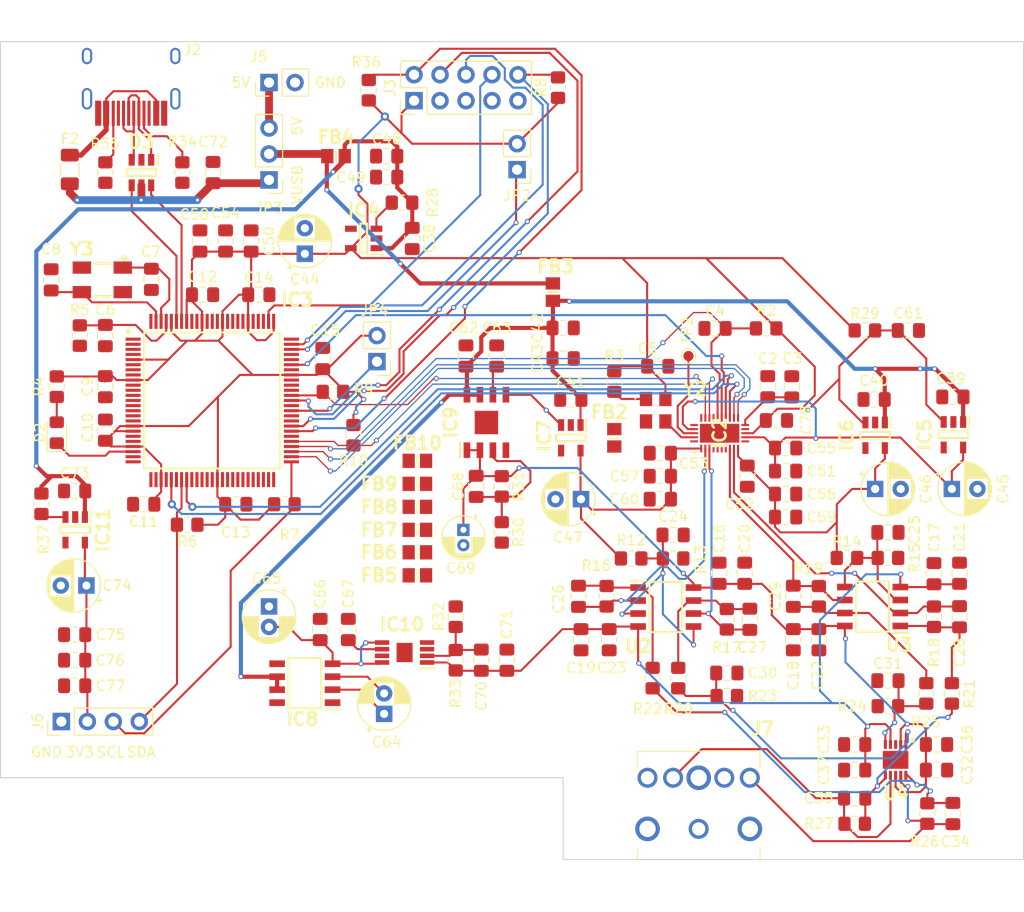
<source format=kicad_pcb>
(kicad_pcb (version 20211014) (generator pcbnew)
  (layers (0 "F.Cu" signal) (31 "B.Cu" signal) (34 "B.Paste" user) (35 "F.Paste" user) (36 "B.SilkS" user "B.Silkscreen") (37 "F.SilkS" user "F.Silkscreen") (38 "B.Mask" user) (39 "F.Mask" user) (44 "Edge.Cuts" user))
  (net 0 "")
  (net 1 "Net-(C2-Pad1)")
  (net 2 "GND")
  (net 3 "DAC_nRESET")
  (net 4 "OLED_SDA")
  (net 5 "Net-(C6-Pad1)")
  (net 6 "Net-(C7-Pad1)")
  (net 7 "Net-(C8-Pad1)")
  (net 8 "GNDREF")
  (net 9 "+VDAC")
  (net 10 "-VDAC")
  (net 11 "AVCC_R")
  (net 12 "AVCC_L")
  (net 13 "/Output Stage/R-")
  (net 14 "DAC_OUTR_N")
  (net 15 "DAC_OUTR_P")
  (net 16 "/Output Stage/R+")
  (net 17 "/Output Stage/L-")
  (net 18 "DAC_OUTL_N")
  (net 19 "DAC_OUTL_P")
  (net 20 "/Output Stage/L+")
  (net 21 "Net-(C30-Pad1)")
  (net 22 "Net-(C31-Pad2)")
  (net 23 "OUTR")
  (net 24 "Net-(C34-Pad2)")
  (net 25 "Net-(C35-Pad1)")
  (net 26 "OUTL")
  (net 27 "MCU_5V")
  (net 28 "DAC_5V")
  (net 29 "+3.3VDAC")
  (net 30 "DAC_PWR_EN")
  (net 31 "Net-(C63-Pad1)")
  (net 32 "Net-(C64-Pad1)")
  (net 33 "Net-(C64-Pad2)")
  (net 34 "Net-(C65-Pad2)")
  (net 35 "Net-(C67-Pad1)")
  (net 36 "Net-(C68-Pad1)")
  (net 37 "Net-(C70-Pad1)")
  (net 38 "VBUS")
  (net 39 "OLED_3V3")
  (net 40 "Net-(D2-Pad1)")
  (net 41 "Net-(D2-Pad2)")
  (net 42 "Net-(D3-Pad1)")
  (net 43 "Net-(D3-Pad3)")
  (net 44 "USB_D+")
  (net 45 "USB_D-")
  (net 46 "Net-(F2-Pad1)")
  (net 47 "+5V")
  (net 52 "DAC_GPIO2")
  (net 53 "DAC_GPIO1")
  (net 54 "PCM_SIN")
  (net 55 "PCM_LRCLK")
  (net 56 "PCM_BCLK")
  (net 57 "DAC_SCL")
  (net 58 "DAC_SDA")
  (net 60 "Net-(IC2-Pad28)")
  (net 61 "Net-(IC2-Pad29)")
  (net 95 "OLED_SCL")
  (net 97 "JTAG_TMS")
  (net 98 "MCU_RESET")
  (net 101 "ERASE")
  (net 103 "JTAG_TCLK")
  (net 109 "JTAG_SEL")
  (net 110 "JTAG_TDI")
  (net 112 "JTAG_TDO")
  (net 126 "Net-(IC4-Pad3)")
  (net 135 "Net-(IC11-Pad3)")
  (net 138 "Net-(J2-Pad4)")
  (net 139 "Net-(J2-Pad10)")
  (net 142 "Net-(J5-Pad1)")
  (net 143 "Net-(R3-Pad2)")
  (net 144 "/Output Stage/VBias_R")
  (net 145 "/Output Stage/VBias_L")
  (net 148 "+3V3")
  (footprint "Capacitor_SMD:C_0805_2012Metric_Pad1.18x1.45mm_HandSolder" (layer "F.Cu") (at 235.4 105 180)
    (fp_text reference "C40")
    (fp_text value "4.7u")
  )
  (footprint "Resistor_SMD:R_0805_2012Metric_Pad1.20x1.40mm_HandSolder" (layer "F.Cu") (at 234.5 98.25)
    (fp_text reference "R29")
    (fp_text value "10k")
  )
  (footprint "Capacitor_SMD:C_0805_2012Metric_Pad1.18x1.45mm_HandSolder" (layer "F.Cu") (at 219.85 98.05 180)
    (fp_text reference "C4")
    (fp_text value "2.2u")
  )
  (footprint "Connector_PinHeader_2.54mm:PinHeader_1x03_P2.54mm_Vertical" (layer "F.Cu") (at 176.25 83.525 180)
    (fp_text reference "JP3")
    (fp_text value "Jumper_3_Open")
  )
  (footprint "Capacitor_SMD:C_0805_2012Metric_Pad1.18x1.45mm_HandSolder" (layer "F.Cu") (at 206.5 124.25 -90)
    (fp_text reference "C26")
    (fp_text value "510p")
  )
  (footprint "Capacitor_SMD:C_0805_2012Metric_Pad1.18x1.45mm_HandSolder" (layer "F.Cu") (at 215.75 118.25 180)
    (fp_text reference "C24")
    (fp_text value "2.2u")
  )
  (footprint "Capacitor_SMD:C_0805_2012Metric_Pad1.18x1.45mm_HandSolder" (layer "F.Cu") (at 223 112.5 -90)
    (fp_text reference "C52")
    (fp_text value "4.7u")
  )
  (footprint "Resistor_SMD:R_0805_2012Metric_Pad1.20x1.40mm_HandSolder" (layer "F.Cu") (at 211.65 120.55 180)
    (fp_text reference "R12")
    (fp_text value "4k")
  )
  (footprint "Resistor_SMD:R_0805_2012Metric_Pad1.20x1.40mm_HandSolder" (layer "F.Cu") (at 209.25 124.25 -90)
    (fp_text reference "R16")
    (fp_text value "1.3k")
  )
  (footprint "Resistor_SMD:R_0805_2012Metric_Pad1.20x1.40mm_HandSolder" (layer "F.Cu") (at 215.75 120.55 180)
    (fp_text reference "R13")
    (fp_text value "5k")
  )
  (footprint "SamacSys_Parts:ABM3B" (layer "F.Cu") (at 159.95 93.3 180)
    (fp_text reference "Y3")
    (fp_text value "12MHz" hide)
  )
  (footprint "Capacitor_SMD:C_0805_2012Metric_Pad1.18x1.45mm_HandSolder" (layer "F.Cu") (at 226.75 109.75)
    (fp_text reference "C55")
    (fp_text value "0.1u")
  )
  (footprint "Resistor_SMD:R_0805_2012Metric_Pad1.20x1.40mm_HandSolder" (layer "F.Cu") (at 221 126.5 90)
    (fp_text reference "R17")
    (fp_text value "1.3k")
  )
  (footprint "Resistor_SMD:R_0805_2012Metric_Pad1.20x1.40mm_HandSolder" (layer "F.Cu") (at 204.5 74.5 90)
    (fp_text reference "R8")
    (fp_text value "4.7k")
  )
  (footprint "Resistor_SMD:R_0805_2012Metric_Pad1.20x1.40mm_HandSolder" (layer "F.Cu") (at 199 118 -90)
    (fp_text reference "R30")
    (fp_text value "10k")
  )
  (footprint "SamacSys_Parts:BEADC2012X110N" (layer "F.Cu") (at 190.75 111)
    (fp_text reference "FB10")
    (fp_text value "0R" hide)
  )
  (footprint "Connector_PinHeader_2.54mm:PinHeader_2x05_P2.54mm_Vertical" (layer "F.Cu") (at 190.425 75.775 90)
    (fp_text reference "J3")
    (fp_text value "Conn_02x05_Odd_Even")
  )
  (footprint "Capacitor_SMD:C_0805_2012Metric_Pad1.18x1.45mm_HandSolder" (layer "F.Cu") (at 220.25 122 -90)
    (fp_text reference "C16")
    (fp_text value "0.1u")
  )
  (footprint "Connector_PinHeader_2.54mm:PinHeader_1x04_P2.54mm_Vertical" (layer "F.Cu") (at 155.95 136.5 90)
    (fp_text reference "J6")
    (fp_text value "Conn_01x04")
  )
  (footprint "SamacSys_Parts:SOIC127P600X175-8N" (layer "F.Cu") (at 215.039 125.305)
    (fp_text reference "U2")
    (fp_text value "OPA1612-Q1" hide)
  )
  (footprint "Capacitor_SMD:C_0805_2012Metric_Pad1.18x1.45mm_HandSolder" (layer "F.Cu") (at 243.1 145.5 90)
    (fp_text reference "C34")
    (fp_text value "2n")
  )
  (footprint "Resistor_SMD:R_0805_2012Metric_Pad1.20x1.40mm_HandSolder" (layer "F.Cu") (at 232.75 120.5 180)
    (fp_text reference "R14")
    (fp_text value "4k")
  )
  (footprint "SamacSys_Parts:BEADC2012X110N" (layer "F.Cu") (at 190.75 117.75)
    (fp_text reference "FB7")
    (fp_text value "0R" hide)
  )
  (footprint "Capacitor_SMD:C_0805_2012Metric_Pad1.18x1.45mm_HandSolder" (layer "F.Cu") (at 243.75 126.25 90)
    (fp_text reference "C28")
    (fp_text value "510p")
  )
  (footprint "Resistor_SMD:R_0805_2012Metric_Pad1.20x1.40mm_HandSolder" (layer "F.Cu") (at 216.25 132.25 90)
    (fp_text reference "R20")
    (fp_text value "750")
  )
  (footprint "SamacSys_Parts:BEADC2012X110N" (layer "F.Cu") (at 190.75 113.25)
    (fp_text reference "FB9")
    (fp_text value "0R" hide)
  )
  (footprint "SamacSys_Parts:SOT95P280X100-5N" (layer "F.Cu") (at 243.15 108.45 -90)
    (fp_text reference "IC5")
    (fp_text value "ADP150AUJZ-3.3-R7" hide)
  )
  (footprint "Resistor_SMD:R_0805_2012Metric_Pad1.20x1.40mm_HandSolder" (layer "F.Cu") (at 241.25 126.25 90)
    (fp_text reference "R18")
    (fp_text value "1.3k")
  )
  (footprint "SamacSys_Parts:SOIC127P599X175-8N" (layer "F.Cu") (at 179.75 132.75 180)
    (fp_text reference "IC8")
    (fp_text value "LT1026CS8#PBF" hide)
  )
  (footprint "SamacSys_Parts:BEADC2012X110N" (layer "F.Cu") (at 190.75 122.2)
    (fp_text reference "FB5")
    (fp_text value "0R" hide)
  )
  (footprint "Capacitor_SMD:C_0805_2012Metric_Pad1.18x1.45mm_HandSolder" (layer "F.Cu") (at 160.25 108 90)
    (fp_text reference "C10")
    (fp_text value "0.1u")
  )
  (footprint "SamacSys_Parts:BEADC2012X110N" (layer "F.Cu") (at 210 108.75 -90)
    (fp_text reference "FB2")
    (fp_text value "0R" hide)
  )
  (footprint "Capacitor_SMD:C_0805_2012Metric_Pad1.18x1.45mm_HandSolder" (layer "F.Cu") (at 243.75 122 -90)
    (fp_text reference "C21")
    (fp_text value "0.22u")
  )
  (footprint "SamacSys_Parts:STX31205B284C" (layer "F.Cu") (at 218.25 147 90)
    (fp_text reference "J7")
    (fp_text value "STX-3120-5B-284C" hide)
  )
  (footprint "Capacitor_SMD:C_0805_2012Metric_Pad1.18x1.45mm_HandSolder" (layer "F.Cu") (at 214.5 112.5 180)
    (fp_text reference "C57")
    (fp_text value "0.1u")
  )
  (footprint "SamacSys_Parts:QFP50P1600X1600X160-100N" (layer "F.Cu") (at 170.7 105.1)
    (fp_text reference "IC3")
    (fp_text value "ATSAMS70N20A-AN" hide)
  )
  (footprint "Resistor_SMD:R_0805_2012Metric_Pad1.20x1.40mm_HandSolder" (layer "F.Cu") (at 236.75 120.5 180)
    (fp_text reference "R15")
    (fp_text value "5k")
  )
  (footprint "Type-C:HRO-TYPE-C-31-M-12-HandSoldering" (layer "F.Cu") (at 162.775 68.805 180)
    (fp_text reference "J2")
    (fp_text value "USB4105-GF-A")
  )
  (footprint "Capacitor_SMD:C_0805_2012Metric_Pad1.18x1.45mm_HandSolder" (layer "F.Cu") (at 241.25 122.04 -90)
    (fp_text reference "C17")
    (fp_text value "0.1u")
  )
  (footprint "Capacitor_SMD:C_0805_2012Metric_Pad1.18x1.45mm_HandSolder" (layer "F.Cu") (at 214.5 114.75 180)
    (fp_text reference "C60")
    (fp_text value "0.1u")
  )
  (footprint "Capacitor_SMD:C_0805_2012Metric_Pad1.18x1.45mm_HandSolder" (layer "F.Cu") (at 214.25 101.75)
    (fp_text reference "C5")
    (fp_text value "0.22u")
  )
  (footprint "Resistor_SMD:R_0805_2012Metric_Pad1.20x1.40mm_HandSolder" (layer "F.Cu") (at 189.25 85.75)
    (fp_text reference "R28")
    (fp_text value "10k")
  )
  (footprint "Capacitor_SMD:C_0805_2012Metric_Pad1.18x1.45mm_HandSolder" (layer "F.Cu") (at 154.95 93.3 90)
    (fp_text reference "C8")
    (fp_text value "12p")
  )
  (footprint "LED_SMD:LED_0805_2012Metric_Pad1.15x1.40mm_HandSolder" (layer "F.Cu") (at 155.5 108.25 90)
    (fp_text reference "D2")
    (fp_text value "LED")
  )
  (footprint "Connector_PinHeader_2.54mm:PinHeader_1x02_P2.54mm_Vertical" (layer "F.Cu") (at 176.25 74 90)
    (fp_text reference "J5")
    (fp_text value "Conn_01x02")
  )
  (footprint "Resistor_SMD:R_0805_2012Metric_Pad1.20x1.40mm_HandSolder" (layer "F.Cu") (at 240.6 145.5 90)
    (fp_text reference "R26")
    (fp_text value "350")
  )
  (footprint "Resistor_SMD:R_0805_2012Metric_Pad1.20x1.40mm_HandSolder" (layer "F.Cu") (at 194.5 126.25 90)
    (fp_text reference "R32")
    (fp_text value "10k")
  )
  (footprint "Capacitor_SMD:C_0805_2012Metric_Pad1.18x1.45mm_HandSolder" (layer "F.Cu") (at 181.5 101 90)
    (fp_text reference "C15")
    (fp_text value "0.1u")
  )
  (footprint "Capacitor_SMD:C_0805_2012Metric_Pad1.18x1.45mm_HandSolder" (layer "F.Cu") (at 184 127.5 90)
    (fp_text reference "C67")
    (fp_text value "10n")
  )
  (footprint "Capacitor_SMD:C_0805_2012Metric_Pad1.18x1.45mm_HandSolder" (layer "F.Cu") (at 175.25 94.75)
    (fp_text reference "C14")
    (fp_text value "0.1u")
  )
  (footprint "Capacitor_SMD:C_0805_2012Metric_Pad1.18x1.45mm_HandSolder" (layer "F.Cu") (at 174.5 89.5 90)
    (fp_text reference "C50")
    (fp_text value "4.7u")
  )
  (footprint "Capacitor_SMD:C_0805_2012Metric_Pad1.18x1.45mm_HandSolder" (layer "F.Cu") (at 241.5 141.25 180)
    (fp_text reference "C32")
    (fp_text value "0.1u")
  )
  (footprint "SamacSys_Parts:BEADC2012X110N" (layer "F.Cu") (at 190.75 115.5)
    (fp_text reference "FB8")
    (fp_text value "0R" hide)
  )
  (footprint "Resistor_SMD:R_0805_2012Metric_Pad1.20x1.40mm_HandSolder" (layer "F.Cu") (at 240.5 133.75 -90)
    (fp_text reference "R25")
    (fp_text value "750")
  )
  (footprint "Capacitor_SMD:C_0805_2012Metric_Pad1.18x1.45mm_HandSolder" (layer "F.Cu") (at 205 101)
    (fp_text reference "C43")
    (fp_text value "0.1u")
  )
  (footprint "Capacitor_THT:CP_Radial_D5.0mm_P2.00mm" (layer "F.Cu") (at 187.5 135.75 90)
    (fp_text reference "C64")
    (fp_text value "1u")
  )
  (footprint "Connector_PinHeader_2.54mm:PinHeader_1x02_P2.54mm_Vertical" (layer "F.Cu") (at 200.5 82.525 180)
    (fp_text reference "JP2")
    (fp_text value "Jumper_2_Open")
  )
  (footprint "Resistor_SMD:R_0805_2012Metric_Pad1.20x1.40mm_HandSolder" (layer "F.Cu") (at 168.25 117.25 180)
    (fp_text reference "R6")
    (fp_text value "DNP")
  )
  (footprint "SamacSys_Parts:SOIC127P600X175-8N" (layer "F.Cu") (at 235.25 125.25 180)
    (fp_text reference "U3")
    (fp_text value "OPA1612-Q1" hide)
  )
  (footprint "Capacitor_SMD:C_0805_2012Metric_Pad1.18x1.45mm_HandSolder" (layer "F.Cu") (at 227.5 128.5 90)
    (fp_text reference "C18")
    (fp_text value "0.1u")
  )
  (footprint "Resistor_SMD:R_0805_2012Metric_Pad1.20x1.40mm_HandSolder" (layer "F.Cu") (at 224.85 98.05 180)
    (fp_text reference "R2")
    (fp_text value "10k")
  )
  (footprint "Resistor_SMD:R_0805_2012Metric_Pad1.20x1.40mm_HandSolder" (layer "F.Cu") (at 210 103.25 -90)
    (fp_text reference "R3")
    (fp_text value "1k")
  )
  (footprint "Capacitor_SMD:C_0805_2012Metric_Pad1.18x1.45mm_HandSolder" (layer "F.Cu") (at 214.5 110.25 180)
    (fp_text reference "C53")
    (fp_text value "4.7u")
  )
  (footprint "Capacitor_SMD:C_0805_2012Metric_Pad1.18x1.45mm_HandSolder" (layer "F.Cu") (at 241.5 138.75 180)
    (fp_text reference "C36")
    (fp_text value "0.22u")
  )
  (footprint "Resistor_SMD:R_0805_2012Metric_Pad1.20x1.40mm_HandSolder" (layer "F.Cu") (at 160.25 82.805 -90)
    (fp_text reference "R35")
    (fp_text value "5.1k")
  )
  (footprint "Capacitor_SMD:C_0805_2012Metric_Pad1.18x1.45mm_HandSolder" (layer "F.Cu") (at 170.775 82.805 90)
    (fp_text reference "C72")
    (fp_text value "0.1uF")
  )
  (footprint "Resistor_SMD:R_0805_2012Metric_Pad1.20x1.40mm_HandSolder" (layer "F.Cu") (at 186 74.75 -90)
    (fp_text reference "R36")
    (fp_text value "100k")
  )
  (footprint "Resistor_SMD:R_0805_2012Metric_Pad1.20x1.40mm_HandSolder" (layer "F.Cu") (at 177.75 115.25)
    (fp_text reference "R7")
    (fp_text value "DNP")
  )
  (footprint "Resistor_SMD:R_0805_2012Metric_Pad1.20x1.40mm_HandSolder" (layer "F.Cu") (at 194.5 130.5 90)
    (fp_text reference "R33")
    (fp_text value "24k")
  )
  (footprint "Capacitor_SMD:C_0805_2012Metric_Pad1.18x1.45mm_HandSolder" (layer "F.Cu") (at 197 130.5 -90)
    (fp_text reference "C70")
    (fp_text value "10n")
  )
  (footprint "SamacSys_Parts:BEADC2012X110N" (layer "F.Cu") (at 182.8 81.2)
    (fp_text reference "FB4")
    (fp_text value "0R" hide)
  )
  (footprint "Resistor_SMD:R_0805_2012Metric_Pad1.20x1.40mm_HandSolder" (layer "F.Cu") (at 230 124.25 -90)
    (fp_text reference "R19")
    (fp_text value "1.3k")
  )
  (footprint "Capacitor_THT:CP_Radial_D5.0mm_P2.50mm" (layer "F.Cu") (at 243 113.75)
    (fp_text reference "C45")
    (fp_text value "47u_16V")
  )
  (footprint "Capacitor_SMD:C_0805_2012Metric_Pad1.18x1.45mm_HandSolder" (layer "F.Cu") (at 196.5 113.5 90)
    (fp_text reference "C68")
    (fp_text value "10n")
  )
  (footprint "Capacitor_SMD:C_0805_2012Metric_Pad1.18x1.45mm_HandSolder" (layer "F.Cu") (at 187.75 83.25 180)
    (fp_text reference "C49")
    (fp_text value "0.1u")
  )
  (footprint "Capacitor_SMD:C_0805_2012Metric_Pad1.18x1.45mm_HandSolder" (layer "F.Cu") (at 223.25 126.5 90)
    (fp_text reference "C27")
    (fp_text value "510p")
  )
  (footprint "Capacitor_SMD:C_0805_2012Metric_Pad1.18x1.45mm_HandSolder" (layer "F.Cu") (at 227.35 103.7625 90)
    (fp_text reference "C3")
    (fp_text value "4.7u")
  )
  (footprint "SamacSys_Parts:BEADC2012X110N" (layer "F.Cu") (at 204 94.5 -90)
    (fp_text reference "FB3")
    (fp_text value "0R" hide)
  )
  (footprint "Capacitor_SMD:C_0805_2012Metric_Pad1.18x1.45mm_HandSolder" (layer "F.Cu") (at 227.5 124.25 -90)
    (fp_text reference "C29")
    (fp_text value "510p")
  )
  (footprint "Capacitor_SMD:C_0805_2012Metric_Pad1.18x1.45mm_HandSolder" (layer "F.Cu") (at 225.85 107.05)
    (fp_text reference "C78")
    (fp_text value "0.1u")
  )
  (footprint "Resistor_SMD:R_0805_2012Metric_Pad1.20x1.40mm_HandSolder" (layer "F.Cu") (at 221 134 180)
    (fp_text reference "R23")
    (fp_text value "350")
  )
  (footprint "Resistor_SMD:R_0805_2012Metric_Pad1.20x1.40mm_HandSolder" (layer "F.Cu") (at 167.775 82.805 -90)
    (fp_text reference "R34")
    (fp_text value "5.1k")
  )
  (footprint "SamacSys_Parts:SOT95P280X100-5N" (layer "F.Cu") (at 157.3 117.75 -90)
    (fp_text reference "IC11")
    (fp_text value "ADP150AUJZ-3.3-R7" hide)
  )
  (footprint "Resistor_SMD:R_0805_2012Metric_Pad1.20x1.40mm_HandSolder" (layer "F.Cu") (at 213.75 132.25 90)
    (fp_text reference "R22")
    (fp_text value "750")
  )
  (footprint "Capacitor_SMD:C_0805_2012Metric_Pad1.18x1.45mm_HandSolder" (layer "F.Cu") (at 157.25 133 180)
    (fp_text reference "C77")
    (fp_text value "0.1u")
  )
  (footprint "Resistor_SMD:R_0805_2012Metric_Pad1.20x1.40mm_HandSolder" (layer "F.Cu") (at 243 133.75 90)
    (fp_text reference "R21")
    (fp_text value "750")
  )
  (footprint "Capacitor_SMD:C_0805_2012Metric_Pad1.18x1.45mm_HandSolder" (layer "F.Cu") (at 169.5 89.5 90)
    (fp_text reference "C58")
    (fp_text value "0.1u")
  )
  (footprint "Capacitor_SMD:C_0805_2012Metric_Pad1.18x1.45mm_HandSolder" (layer "F.Cu") (at 238.75 98.25)
    (fp_text reference "C61")
    (fp_text value "1u")
  )
  (footprint "SamacSys_Parts:SOT95P280X100-5N" (layer "F.Cu") (at 185.5 89.25 180)
    (fp_text reference "IC4")
    (fp_text value "ADP150AUJZ-3.3-R7" hide)
  )
  (footprint "Capacitor_SMD:C_0805_2012Metric_Pad1.18x1.45mm_HandSolder" (layer "F.Cu") (at 230 128.5 90)
    (fp_text reference "C22")
    (fp_text value "0.22u")
  )
  (footprint "Resistor_SMD:R_0805_2012Metric_Pad1.20x1.40mm_HandSolder" (layer "F.Cu") (at 236.75 135 180)
    (fp_text reference "R24")
    (fp_text value "350")
  )
  (footprint "Capacitor_SMD:C_0805_2012Metric_Pad1.18x1.45mm_HandSolder" (layer "F.Cu") (at 222.75 122 -90)
    (fp_text reference "C20")
    (fp_text value "0.22u")
  )
  (footprint "SamacSys_Parts:SOT95P280X100-5N" (layer "F.Cu") (at 205.75 108.75 -90)
    (fp_text reference "IC7")
    (fp_text value "ADP150AUJZ-3.3-R7" hide)
  )
  (footprint "Capacitor_SMD:C_0805_2012Metric_Pad1.18x1.45mm_HandSolder" (layer "F.Cu") (at 160.25 98.75 -90)
    (fp_text reference "C6")
    (fp_text value "10p")
  )
  (footprint "Capacitor_SMD:C_0805_2012Metric_Pad1.18x1.45mm_HandSolder" (layer "F.Cu") (at 206.75 128.5 90)
    (fp_text reference "C19")
    (fp_text value "0.1u")
  )
  (footprint "Resistor_SMD:R_0805_2012Metric_Pad1.20x1.40mm_HandSolder" (layer "F.Cu") (at 199 113.5 -90)
    (fp_text reference "R31")
    (fp_text value "2.3k")
  )
  (footprint "Capacitor_SMD:C_0805_2012Metric_Pad1.18x1.45mm_HandSolder" (layer "F.Cu") (at 195.5 100.75 90)
    (fp_text reference "C62")
    (fp_text value "10u")
  )
  (footprint "Capacitor_SMD:C_0805_2012Metric_Pad1.18x1.45mm_HandSolder" (layer "F.Cu") (at 173 115.25)
    (fp_text reference "C13")
    (fp_text value "0.1u")
  )
  (footprint "SamacSys_Parts:QFN40P300X500X80-31N-D" (layer "F.Cu") (at 220.3 108.3 90)
    (fp_text reference "IC2")
    (fp_text value "ES9038Q2M" hide)
  )
  (footprint "Capacitor_SMD:C_0805_2012Metric_Pad1.18x1.45mm_HandSolder" (layer "F.Cu") (at 205.75 105 180)
    (fp_text reference "C41")
    (fp_text value "C")
  )
  (footprint "Capacitor_SMD:C_0805_2012Metric_Pad1.18x1.45mm_HandSolder" (layer "F.Cu") (at 243.1 104.75 180)
    (fp_text reference "C39")
    (fp_text value "4.7u")
  )
  (footprint "Capacitor_THT:CP_Radial_D5.0mm_P2.50mm" (layer "F.Cu") (at 179.75 90.75 90)
    (fp_text reference "C44")
    (fp_text value "47u")
  )
  (footprint "Resistor_SMD:R_0805_2012Metric_Pad1.20x1.40mm_HandSolder" (layer "F.Cu") (at 184.5 108.5 -90)
    (fp_text reference "R10")
    (fp_text value "4.7k")
  )
  (footprint "Capacitor_SMD:C_0805_2012Metric_Pad1.18x1.45mm_HandSolder" (layer "F.Cu") (at 172 89.5 90)
    (fp_text reference "C54")
    (fp_text value "0.1u")
  )
  (footprint "Resistor_SMD:R_0805_2012Metric_Pad1.20x1.40mm_HandSolder" (layer "F.Cu") (at 182.5 104.25 180)
    (fp_text reference "R9")
    (fp_text value "4.7k")
  )
  (footprint "Capacitor_SMD:C_0805_2012Metric_Pad1.18x1.45mm_HandSolder" (layer "F.Cu") (at 226.75 114.25)
    (fp_text reference "C56")
    (fp_text value "0.1u")
  )
  (footprint "Capacitor_SMD:C_0805_2012Metric_Pad1.18x1.45mm_HandSolder" (layer "F.Cu") (at 209.5 128.5 90)
    (fp_text reference "C23")
    (fp_text value "0.22u")
  )
  (footprint "Resistor_SMD:R_0805_2012Metric_Pad1.20x1.40mm_HandSolder" (layer "F.Cu") (at 155.5 103.75 -90)
    (fp_text reference "R4")
    (fp_text value "330")
  )
  (footprint "Capacitor_SMD:C_0805_2012Metric_Pad1.18x1.45mm_HandSolder" (layer "F.Cu") (at 164 115.25 180)
    (fp_text reference "C11")
    (fp_text value "0.1u")
  )
  (footprint "Capacitor_SMD:C_0805_2012Metric_Pad1.18x1.45mm_HandSolder" (layer "F.Cu") (at 225 103.75 90)
    (fp_text reference "C2")
    (fp_text value "0.22u")
  )
  (footprint "Capacitor_SMD:C_0805_2012Metric_Pad1.18x1.45mm_HandSolder" (layer "F.Cu") (at 236.75 118 180)
    (fp_text reference "C25")
    (fp_text value "2.2u")
  )
  (footprint "Capacitor_SMD:C_0805_2012Metric_Pad1.18x1.45mm_HandSolder" (layer "F.Cu") (at 157.25 128 180)
    (fp_text reference "C75")
    (fp_text value "4.7u")
  )
  (footprint "Capacitor_THT:CP_Radial_D5.0mm_P2.50mm" (layer "F.Cu") (at 206.75 114.75 180)
    (fp_text reference "C47")
    (fp_text value "47u_16V")
  )
  (footprint "SamacSys_Parts:SOIC127P600X175-9N" (layer "F.Cu") (at 197.5 107.25 90)
    (fp_text reference "IC9")
    (fp_text value "ADP7118ARDZ" hide)
  )
  (footprint "Capacitor_SMD:C_0805_2012Metric_Pad1.18x1.45mm_HandSolder" (layer "F.Cu") (at 157.25 130.5 180)
    (fp_text reference "C76")
    (fp_text value "0.1u")
  )
  (footprint "Capacitor_SMD:C_0805_2012Metric_Pad1.18x1.45mm_HandSolder" (layer "F.Cu") (at 226.75 112)
    (fp_text reference "C51")
    (fp_text value "4.7u")
  )
  (footprint "SamacSys_Parts:SOP65P490X110-9N" (layer "F.Cu") (at 189.5 129.75 180)
    (fp_text reference "IC10")
    (fp_text value "TPS7A3001DGNT" hide)
  )
  (footprint "Capacitor_SMD:C_0805_2012Metric_Pad1.18x1.45mm_HandSolder" (layer "F.Cu") (at 236.75 132.5)
    (fp_text reference "C31")
    (fp_text value "2n")
  )
  (footprint "Capacitor_THT:CP_Radial_D5.0mm_P2.50mm" (layer "F.Cu") (at 158.4 123.2 180)
    (fp_text reference "C74")
    (fp_text value "47u")
  )
  (footprint "Capacitor_SMD:C_0805_2012Metric_Pad1.18x1.45mm_HandSolder" (layer "F.Cu") (at 190.25 89.25 -90)
    (fp_text reference "C38")
    (fp_text value "4.7u")
  )
  (footprint "SamacSys_Parts:SOT95P280X145-6N" (layer "F.Cu") (at 163.775 82.805 -90)
    (fp_text reference "D3")
    (fp_text value "82400102" hide)
  )
  (footprint "Capacitor_SMD:C_0805_2012Metric_Pad1.18x1.45mm_HandSolder" (layer "F.Cu") (at 233.5 138.75)
    (fp_text reference "C33")
    (fp_text value "0.1u")
  )
  (footprint "Capacitor_SMD:C_0805_2012Metric_Pad1.18x1.45mm_HandSolder" (layer "F.Cu") (at 160.25 103.75 -90)
    (fp_text reference "C9")
    (fp_text value "0.1u")
  )
  (footprint "Resistor_SMD:R_0805_2012Metric_Pad1.20x1.40mm_HandSolder" (layer "F.Cu") (at 157.75 98.75 -90)
    (fp_text reference "R5")
    (fp_text value "5.6k")
  )
  (footprint "Capacitor_SMD:C_0805_2012Metric_Pad1.18x1.45mm_HandSolder" (layer "F.Cu") (at 226.75 116.5)
    (fp_text reference "C59")
    (fp_text value "0.1u")
  )
  (footprint "Capacitor_SMD:C_0805_2012Metric_Pad1.18x1.45mm_HandSolder" (layer "F.Cu") (at 181.25 127.5 90)
    (fp_text reference "C66")
    (fp_text value "10u")
  )
  (footprint "Capacitor_THT:CP_Radial_D5.0mm_P2.50mm" (layer "F.Cu") (at 235.5 113.75)
    (fp_text reference "C46")
    (fp_text value "47u_16V")
  )
  (footprint "Capacitor_SMD:C_0805_2012Metric_Pad1.18x1.45mm_HandSolder" (layer "F.Cu") (at 157.25 113.95 180)
    (fp_text reference "C73")
    (fp_text value "4.7u")
  )
  (footprint "Capacitor_SMD:C_0805_2012Metric_Pad1.18x1.45mm_HandSolder" (layer "F.Cu") (at 233.5 144 180)
    (fp_text reference "C35")
    (fp_text value "2n")
  )
  (footprint "Capacitor_SMD:C_0805_2012Metric_Pad1.18x1.45mm_HandSolder" (layer "F.Cu") (at 233.5 141.25)
    (fp_text reference "C37")
    (fp_text value "0.22u")
  )
  (footprint "Fuse:Fuse_1206_3216Metric" (layer "F.Cu") (at 156.775 82.5 -90)
    (fp_text reference "F2")
    (fp_text value "500mA")
  )
  (footprint "Capacitor_SMD:C_0805_2012Metric_Pad1.18x1.45mm_HandSolder" (layer "F.Cu") (at 198.5 100.75 90)
    (fp_text reference "C63")
    (fp_text value "1n")
  )
  (footprint "Capacitor_THT:CP_Radial_D4.0mm_P1.50mm" (layer "F.Cu") (at 195.25 117.75 -90)
    (fp_text reference "C69")
    (fp_text value "2.2u")
  )
  (footprint "Capacitor_SMD:C_0805_2012Metric_Pad1.18x1.45mm_HandSolder" (layer "F.Cu") (at 169.75 94.75 180)
    (fp_text reference "C12")
    (fp_text value "0.1u")
  )
  (footprint "Resistor_SMD:R_0805_2012Metric_Pad1.20x1.40mm_HandSolder" (layer "F.Cu") (at 154 115.2 90)
    (fp_text reference "R37")
    (fp_text value "10k")
  )
  (footprint "Capacitor_SMD:C_0805_2012Metric_Pad1.18x1.45mm_HandSolder" (layer "F.Cu") (at 164.75 93.25 -90)
    (fp_text reference "C7")
    (fp_text value "12p")
  )
  (footprint "SamacSys_Parts:SON50P300X300X100-11N" (layer "F.Cu") (at 237.5 140.25 -90)
    (fp_text reference "U4")
    (fp_text value "OPA1622" hide)
  )
  (footprint "SamacSys_Parts:SiT8209AI2133S100000000X" (layer "F.Cu") (at 214.05 106.05 -90)
    (fp_text reference "Y2")
    (fp_text value "SiT8209AI-21-33S-100.000000X" hide)
  )
  (footprint "Capacitor_SMD:C_0805_2012Metric_Pad1.18x1.45mm_HandSolder" (layer "F.Cu") (at 205 98 180)
    (fp_text reference "C42")
    (fp_text value "10u")
  )
  (footprint "SamacSys_Parts:SOT95P280X100-5N" (layer "F.Cu") (at 235.5 108.5 -90)
    (fp_text reference "IC6")
    (fp_text value "ADP150AUJZ-3.3-R7" hide)
  )
  (footprint "Capacitor_SMD:C_0805_2012Metric_Pad1.18x1.45mm_HandSolder" (layer "F.Cu") (at 221 131.75)
    (fp_text reference "C30")
    (fp_text value "2n")
  )
  (footprint "Connector_PinHeader_2.54mm:PinHeader_1x02_P2.54mm_Vertical" (layer "F.Cu") (at 186.8 101.3 180)
    (fp_text reference "JP4")
    (fp_text value "Jumper_2_Open")
  )
  (footprint "SamacSys_Parts:BEADC2012X110N" (layer "F.Cu") (at 190.75 119.95)
    (fp_text reference "FB6")
    (fp_text value "0R" hide)
  )
  (footprint "Capacitor_SMD:C_0805_2012Metric_Pad1.18x1.45mm_HandSolder" (layer "F.Cu") (at 199.5 130.5 90)
    (fp_text reference "C71")
    (fp_text value "10u")
  )
  (footprint "TestPoint:TestPoint_Pad_D1.0mm" (layer "F.Cu") (at 217.25 100.75 -90)
    (fp_text reference "TP2")
    (fp_text value "TestPoint")
  )
  (footprint "Capacitor_THT:CP_Radial_D5.0mm_P2.00mm" (layer "F.Cu") (at 176.25 125.25 -90)
    (fp_text reference "C65")
    (fp_text value "1u")
  )
  (footprint "Resistor_SMD:R_0805_2012Metric_Pad1.20x1.40mm_HandSolder" (layer "F.Cu") (at 233.5 146.5 180)
    (fp_text reference "R27")
    (fp_text value "350")
  )
  (footprint "Capacitor_SMD:C_0805_2012Metric_Pad1.18x1.45mm_HandSolder" (layer "F.Cu") (at 187.75 81.2)
    (fp_text reference "C48")
    (fp_text value "10u")
  )
  (gr_line (start 150 70) (end 150 142) (layer "Edge.Cuts") (width 0.1))
  (gr_line (start 205 150) (end 250 150) (layer "Edge.Cuts") (width 0.1))
  (gr_line (start 250 150) (end 250 140) (layer "Edge.Cuts") (width 0.1))
  (gr_line (start 250 140) (end 250 70) (layer "Edge.Cuts") (width 0.1))
  (gr_line (start 205 142) (end 150 142) (layer "Edge.Cuts") (width 0.1))
  (gr_line (start 205 150) (end 205 142) (layer "Edge.Cuts") (width 0.1))
  (gr_line (start 250 70) (end 150 70) (layer "Edge.Cuts") (width 0.1))
  (gr_text "SDA" (at 163.75 139.5) (layer "F.SilkS") (effects (font (size 1 1))))
  (gr_text "VUSB" (at 179 84 90) (layer "F.SilkS") (effects (font (size 1 1))))
  (gr_text "GND" (at 182.25 74) (layer "F.SilkS") (effects (font (size 1 1))))
  (gr_text "5V" (at 173.5 74) (layer "F.SilkS") (effects (font (size 1 1))))
  (gr_text "5V" (at 179 78.25 90) (layer "F.SilkS") (effects (font (size 1 1))))
  (gr_text "SCL" (at 160.75 139.5) (layer "F.SilkS") (effects (font (size 1 1))))
  (gr_text "3V3" (at 157.75 139.5) (layer "F.SilkS") (effects (font (size 1 1))))
  (gr_text "GND" (at 154.5 139.5) (layer "F.SilkS") (effects (font (size 1 1))))
  (segment (start 222.8 107.5) (end 222.8 106.9875) (width 0.2) (layer "F.Cu") (net 1))
  (segment (start 222.8 106.9875) (end 225 104.7875) (width 0.2) (layer "F.Cu") (net 1))
  (segment (start 225 104.7875) (end 227.3375 104.7875) (width 0.2) (layer "F.Cu") (net 1))
  (segment (start 227.3375 104.7875) (end 227.35 104.8) (width 0.2) (layer "F.Cu") (net 1))
  (segment (start 182.25 109.8245) (end 182.0255 109.6) (width 0.127) (layer "F.Cu") (net 3))
  (segment (start 182.0255 109.6) (end 178.438 109.6) (width 0.127) (layer "F.Cu") (net 3))
  (segment (start 220.8875 98.05) (end 223.85 98.05) (width 0.2) (layer "F.Cu") (net 3))
  (segment (start 219.3375 96.5) (end 220.8875 98.05) (width 0.127) (layer "F.Cu") (net 3))
  (segment (start 219.5 101.705621) (end 219.5 99.4375) (width 0.2) (layer "F.Cu") (net 3))
  (segment (start 214.8011 99.4489) (end 217.75 96.5) (width 0.127) (layer "F.Cu") (net 3))
  (segment (start 220.299011 103.289748) (end 220.299011 102.504632) (width 0.2) (layer "F.Cu") (net 3))
  (segment (start 219.5 99.4375) (end 220.8875 98.05) (width 0.2) (layer "F.Cu") (net 3))
  (segment (start 217.75 96.5) (end 219.3375 96.5) (width 0.127) (layer "F.Cu") (net 3))
  (segment (start 214.75 99.4489) (end 214.8011 99.4489) (width 0.127) (layer "F.Cu") (net 3))
  (segment (start 220.1 106.8) (end 220.1 103.488759) (width 0.2) (layer "F.Cu") (net 3))
  (segment (start 220.299011 102.504632) (end 219.5 101.705621) (width 0.2) (layer "F.Cu") (net 3))
  (segment (start 220.1 103.488759) (end 220.299011 103.289748) (width 0.2) (layer "F.Cu") (net 3))
  (via (at 214.75 99.4489) (size 0.5) (drill 0.3) (layers "F.Cu" "B.Cu") (net 3))
  (via (at 182.25 109.8245) (size 0.5) (drill 0.3) (layers "F.Cu" "B.Cu") (net 3))
  (segment (start 182.25 109.8245) (end 183.760132 109.8245) (width 0.127) (layer "B.Cu") (net 3))
  (segment (start 213.1989 101) (end 214.75 99.4489) (width 0.127) (layer "B.Cu") (net 3))
  (segment (start 192.584632 101) (end 213.1989 101) (width 0.127) (layer "B.Cu") (net 3))
  (segment (start 183.760132 109.8245) (end 192.584632 101) (width 0.127) (layer "B.Cu") (net 3))
  (segment (start 167.25 132.82) (end 163.57 136.5) (width 0.2) (layer "F.Cu") (net 4))
  (segment (start 167.7 112.838) (end 167.7 115.6) (width 0.2) (layer "F.Cu") (net 4))
  (segment (start 167.25 117.25) (end 167.25 132.82) (width 0.2) (layer "F.Cu") (net 4))
  (segment (start 167.25 116.05) (end 167.25 117.25) (width 0.2) (layer "F.Cu") (net 4))
  (segment (start 167.7 115.6) (end 167.25 116.05) (width 0.2) (layer "F.Cu") (net 4))
  (segment (start 165.25 99.25) (end 166.2 98.3) (width 0.2) (layer "F.Cu") (net 5))
  (segment (start 164.75 99.25) (end 165.25 99.25) (width 0.2) (layer "F.Cu") (net 5))
  (segment (start 160.25 97.7125) (end 163.2125 97.7125) (width 0.2) (layer "F.Cu") (net 5))
  (segment (start 163.2125 97.7125) (end 164.75 99.25) (width 0.2) (layer "F.Cu") (net 5))
  (segment (start 157.75 97.75) (end 160.2125 97.75) (width 0.2) (layer "F.Cu") (net 5))
  (segment (start 166.2 98.3) (end 166.2 97.362) (width 0.2) (layer "F.Cu") (net 5))
  (segment (start 160.2125 97.75) (end 160.25 97.7125) (width 0.2) (layer "F.Cu") (net 5))
  (segment (start 161.95 92.1) (end 164.6375 92.1) (width 0.2) (layer "F.Cu") (net 6))
  (segment (start 166.5 95.25) (end 166.5 93.23125) (width 0.2) (layer "F.Cu") (net 6))
  (segment (start 165.48125 92.2125) (end 164.75 92.2125) (width 0.2) (layer "F.Cu") (net 6))
  (segment (start 164.6375 92.1) (end 164.75 92.2125) (width 0.2) (layer "F.Cu") (net 6))
  (segment (start 165.7 96.05) (end 166.5 95.25) (width 0.2) (layer "F.Cu") (net 6))
  (segment (start 166.5 93.23125) (end 165.48125 92.2125) (width 0.2) (layer "F.Cu") (net 6))
  (segment (start 165.7 97.362) (end 165.7 96.05) (width 0.2) (layer "F.Cu") (net 6))
  (segment (start 165.2 96.375478) (end 164.324522 95.5) (width 0.2) (layer "F.Cu") (net 7))
  (segment (start 154.95 94.3375) (end 155.1125 94.5) (width 0.2) (layer "F.Cu") (net 7))
  (segment (start 164.324522 95.5) (end 158.95 95.5) (width 0.2) (layer "F.Cu") (net 7))
  (segment (start 155.1125 94.5) (end 157.95 94.5) (width 0.2) (layer "F.Cu") (net 7))
  (segment (start 158.95 95.5) (end 157.95 94.5) (width 0.2) (layer "F.Cu") (net 7))
  (segment (start 165.2 97.362) (end 165.2 96.375478) (width 0.2) (layer "F.Cu") (net 7))
  (segment (start 200.7 111.7) (end 199.9 112.5) (width 0.2032) (layer "F.Cu") (net 9))
  (segment (start 240.4625 141.25) (end 240.4625 138.75) (width 0.2032) (layer "F.Cu") (net 9))
  (segment (start 199 112.5) (end 196.5375 112.5) (width 0.2032) (layer "F.Cu") (net 9))
  (segment (start 230.3075 127.155) (end 232.539 127.155) (width 0.2032) (layer "F.Cu") (net 9))
  (segment (start 239.9 143.4) (end 240.4625 142.8375) (width 0.2032) (layer "F.Cu") (net 9))
  (segment (start 196.5 112.4625) (end 196.865 112.0975) (width 0.2032) (layer "F.Cu") (net 9))
  (segment (start 196.5375 112.5) (end 196.5 112.4625) (width 0.2032) (layer "F.Cu") (net 9))
  (segment (start 217.75 123.4) (end 217.75 123) (width 0.2032) (layer "F.Cu") (net 9))
  (segment (start 238 137.25) (end 238 138.75) (width 0.2032) (layer "F.Cu") (net 9))
  (segment (start 220.25 123.0375) (end 219.8875 123.4) (width 0.2032) (layer "F.Cu") (net 9))
  (segment (start 226.7625 127.4625) (end 227.5 127.4625) (width 0.2032) (layer "F.Cu") (net 9))
  (segment (start 240 136.75) (end 238.65 136.75) (width 0.2032) (layer "F.Cu") (net 9))
  (segment (start 237.5 142.9) (end 238 143.4) (width 0.2032) (layer "F.Cu") (net 9))
  (segment (start 240.4625 142.8375) (end 240.4625 141.25) (width 0.2032) (layer "F.Cu") (net 9))
  (segment (start 196.5 112.4625) (end 195.25 113.7125) (width 0.2032) (layer "F.Cu") (net 9))
  (segment (start 238.65 136.75) (end 238.5 136.75) (width 0.2032) (layer "F.Cu") (net 9))
  (segment (start 240.4625 137.2125) (end 240 136.75) (width 0.2032) (layer "F.Cu") (net 9))
  (segment (start 199.9 112.5) (end 199 112.5) (width 0.2032) (layer "F.Cu") (net 9))
  (segment (start 238 143.4) (end 239.9 143.4) (width 0.2032) (layer "F.Cu") (net 9))
  (segment (start 227.5 127.4625) (end 230 127.4625) (width 0.2032) (layer "F.Cu") (net 9))
  (segment (start 238.5 136.75) (end 238 137.25) (width 0.2032) (layer "F.Cu") (net 9))
  (segment (start 195.25 113.7125) (end 195.25 117.75) (width 0.2032) (layer "F.Cu") (net 9))
  (segment (start 237.5 141.75) (end 237.5 142.9) (width 0.2032) (layer "F.Cu") (net 9))
  (segment (start 225.4 126.1) (end 226.7625 127.4625) (width 0.2032) (layer "F.Cu") (net 9))
  (segment (start 219.8875 123.4) (end 217.75 123.4) (width 0.2032) (layer "F.Cu") (net 9))
  (segment (start 232.539 128.339) (end 232.6 128.4) (width 0.2032) (layer "F.Cu") (net 9))
  (segment (start 225.4 124) (end 225.4 126.1) (width 0.2032) (layer "F.Cu") (net 9))
  (segment (start 196.865 109.962) (end 195.595 109.962) (width 0.2032) (layer "F.Cu") (net 9))
  (segment (start 196.865 112.0975) (end 196.865 109.962) (width 0.2032) (layer "F.Cu") (net 9))
  (segment (start 224.4375 123.0375) (end 225.4 124) (width 0.2032) (layer "F.Cu") (net 9))
  (segment (start 220.25 123.0375) (end 222.75 123.0375) (width 0.2032) (layer "F.Cu") (net 9))
  (segment (start 240.4625 138.75) (end 240.4625 137.2125) (width 0.2032) (layer "F.Cu") (net 9))
  (segment (start 222.75 123.0375) (end 224.4375 123.0375) (width 0.2032) (layer "F.Cu") (net 9))
  (segment (start 230 127.4625) (end 230.3075 127.155) (width 0.2032) (layer "F.Cu") (net 9))
  (segment (start 232.539 127.155) (end 232.539 128.339) (width 0.2032) (layer "F.Cu") (net 9))
  (segment (start 217.75 123) (end 216.75 122) (width 0.2032) (layer "F.Cu") (net 9))
  (via (at 216.75 122) (size 0.5) (drill 0.3) (layers "F.Cu" "B.Cu") (net 9))
  (via (at 238.65 136.75) (size 0.5) (drill 0.3) (layers "F.Cu" "B.Cu") (net 9))
  (via (at 200.7 111.7) (size 0.5) (drill 0.3) (layers "F.Cu" "B.Cu") (net 9))
  (via (at 232.6 128.4) (size 0.5) (drill 0.3) (layers "F.Cu" "B.Cu") (net 9))
  (segment (start 200.7 111.7) (end 206.4 111.7) (width 0.2032) (layer "B.Cu") (net 9))
  (segment (start 206.4 111.7) (end 216.7 122) (width 0.2032) (layer "B.Cu") (net 9))
  (segment (start 232.6 130.7) (end 238.65 136.75) (width 0.2032) (layer "B.Cu") (net 9))
  (segment (start 232.6 128.4) (end 232.6 130.7) (width 0.2032) (layer "B.Cu") (net 9))
  (segment (start 216.7 122) (end 216.75 122) (width 0.2032) (layer "B.Cu") (net 9))
  (segment (start 199.5 131.5375) (end 200.8625 131.5375) (width 0.2) (layer "F.Cu") (net 10))
  (segment (start 204.9375 127.4625) (end 206.75 127.4625) (width 0.2) (layer "F.Cu") (net 10))
  (segment (start 235 136.75) (end 236.5 136.75) (width 0.2032) (layer "F.Cu") (net 10))
  (segment (start 212.328 130.728) (end 212.4 130.8) (width 0.2032) (layer "F.Cu") (net 10))
  (segment (start 243.71 123.0775) (end 243.75 123.0375) (width 0.2032) (layer "F.Cu") (net 10))
  (segment (start 200.8625 131.5375) (end 204.9375 127.4625) (width 0.2) (layer "F.Cu") (net 10))
  (segment (start 236.5 136.75) (end 237 137.25) (width 0.2032) (layer "F.Cu") (net 10))
  (segment (start 206.75 127.4625) (end 209.5 127.4625) (width 0.2032) (layer "F.Cu") (net 10))
  (segment (start 241.25 123.0775) (end 243.71 123.0775) (width 0.2032) (layer "F.Cu") (net 10))
  (segment (start 237.961 122.139) (end 238 122.1) (width 0.2032) (layer "F.Cu") (net 10))
  (segment (start 237.961 123.345) (end 237.961 122.139) (width 0.2032) (layer "F.Cu") (net 10))
  (segment (start 234.5375 138.75) (end 234.5375 137.2125) (width 0.2032) (layer "F.Cu") (net 10))
  (segment (start 234.5375 138.75) (end 234.5375 141.25) (width 0.2032) (layer "F.Cu") (net 10))
  (segment (start 209.7525 127.21) (end 212.328 127.21) (width 0.2032) (layer "F.Cu") (net 10))
  (segment (start 240.9825 123.345) (end 241.25 123.0775) (width 0.2032) (layer "F.Cu") (net 10))
  (segment (start 234.775 136.975) (end 235 136.75) (width 0.2032) (layer "F.Cu") (net 10))
  (segment (start 194.5 131.5) (end 194.5375 131.5375) (width 0.2) (layer "F.Cu") (net 10))
  (segment (start 197 131.5375) (end 199.5 131.5375) (width 0.2) (layer "F.Cu") (net 10))
  (segment (start 209.5 127.4625) (end 209.7525 127.21) (width 0.2032) (layer "F.Cu") (net 10))
  (segment (start 194.5375 131.5375) (end 197 131.5375) (width 0.2) (layer "F.Cu") (net 10))
  (segment (start 234.5375 137.2125) (end 234.775 136.975) (width 0.2032) (layer "F.Cu") (net 10))
  (segment (start 237.961 123.345) (end 240.9825 123.345) (width 0.2032) (layer "F.Cu") (net 10))
  (segment (start 212.328 127.21) (end 212.328 130.728) (width 0.2032) (layer "F.Cu") (net 10))
  (segment (start 193.725 130.725) (end 194.5 131.5) (width 0.2) (layer "F.Cu") (net 10))
  (segment (start 237 137.25) (end 237 138.75) (width 0.2032) (layer "F.Cu") (net 10))
  (segment (start 191.7 130.725) (end 193.725 130.725) (width 0.2) (layer "F.Cu") (net 10))
  (via (at 238 122.1) (size 0.5) (drill 0.3) (layers "F.Cu" "B.Cu") (net 10))
  (via (at 212.4 130.8) (size 0.5) (drill 0.3) (layers "F.Cu" "B.Cu") (net 10))
  (via (at 234.775 136.975) (size 0.5) (drill 0.3) (layers "F.Cu" "B.Cu") (net 10))
  (segment (start 230.1 133.5) (end 231.3 134.7) (width 0.2032) (layer "B.Cu") (net 10))
  (segment (start 234.6 122.1) (end 230.1 126.6) (width 0.2032) (layer "B.Cu") (net 10))
  (segment (start 212.4 130.8) (end 216.3 134.7) (width 0.2032) (layer "B.Cu") (net 10))
  (segment (start 238 122.1) (end 234.6 122.1) (width 0.2032) (layer "B.Cu") (net 10))
  (segment (start 230.1 126.6) (end 230.1 133.5) (width 0.2032) (layer "B.Cu") (net 10))
  (segment (start 216.3 134.7) (end 231.3 134.7) (width 0.2032) (layer "B.Cu") (net 10))
  (segment (start 231.3 134.7) (end 232.5 134.7) (width 0.2032) (layer "B.Cu") (net 10))
  (segment (start 232.5 134.7) (end 234.775 136.975) (width 0.2032) (layer "B.Cu") (net 10))
  (segment (start 206.75 114.75) (end 207.77452 115.77452) (width 0.2) (layer "F.Cu") (net 11))
  (segment (start 215.5375 110.25) (end 215.5375 112.5) (width 0.2) (layer "F.Cu") (net 11))
  (segment (start 206.7 110) (end 206.7 114.7) (width 0.2) (layer "F.Cu") (net 11))
  (segment (start 207.77452 115.77452) (end 214.51298 115.77452) (width 0.2) (layer "F.Cu") (net 11))
  (segment (start 215.9875 109.8) (end 215.5375 110.25) (width 0.2) (layer "F.Cu") (net 11))
  (segment (start 210.65 120.55) (end 206.75 116.65) (width 0.2032) (layer "F.Cu") (net 11))
  (segment (start 206.7 114.7) (end 206.75 114.75) (width 0.2) (layer "F.Cu") (net 11))
  (segment (start 218.5 109.8) (end 215.9875 109.8) (width 0.2) (layer "F.Cu") (net 11))
  (segment (start 215.5375 112.5) (end 215.5375 114.75) (width 0.2) (layer "F.Cu") (net 11))
  (segment (start 214.51298 115.77452) (end 215.5375 114.75) (width 0.2) (layer "F.Cu") (net 11))
  (segment (start 206.75 116.65) (end 206.75 114.75) (width 0.2032) (layer "F.Cu") (net 11))
  (segment (start 230.75 118) (end 231.75 117) (width 0.2) (layer "F.Cu") (net 12))
  (segment (start 235.5 113.75) (end 233.25 113.75) (width 0.2) (layer "F.Cu") (net 12))
  (segment (start 223 111.4625) (end 223 111.5375) (width 0.2) (layer "F.Cu") (net 12))
  (segment (start 231.75 115.25) (end 231.75 117) (width 0.2) (layer "F.Cu") (net 12))
  (segment (start 222.1 110.5625) (end 222.1 109.8) (width 0.2) (layer "F.Cu") (net 12))
  (segment (start 236.45 110.8) (end 236.45 109.75) (width 0.2) (layer "F.Cu") (net 12))
  (segment (start 230.75 118) (end 226.25 118) (width 0.2) (layer "F.Cu") (net 12))
  (segment (start 223 111.4625) (end 222.1 110.5625) (width 0.2) (layer "F.Cu") (net 12))
  (segment (start 223 111.5375) (end 225.7125 114.25) (width 0.2) (layer "F.Cu") (net 12))
  (segment (start 226.25 118) (end 225.7125 117.4625) (width 0.2) (layer "F.Cu") (net 12))
  (segment (start 235.5 113.75) (end 235.5 111.75) (width 0.2) (layer "F.Cu") (net 12))
  (segment (start 225.7125 117.4625) (end 225.7125 116.5) (width 0.2) (layer "F.Cu") (net 12))
  (segment (start 225.7125 114.25) (end 225.7125 116.5) (width 0.2) (layer "F.Cu") (net 12))
  (segment (start 233.25 113.75) (end 231.75 115.25) (width 0.2) (layer "F.Cu") (net 12))
  (segment (start 235.5 111.75) (end 236.45 110.8) (width 0.2) (layer "F.Cu") (net 12))
  (segment (start 231.75 117) (end 231.75 120.5) (width 0.2) (layer "F.Cu") (net 12))
  (segment (start 213.75 124.383) (end 213.75 131.25) (width 0.2) (layer "F.Cu") (net 13))
  (segment (start 206.5 123.2125) (end 209.2125 123.2125) (width 0.2032) (layer "F.Cu") (net 13))
  (segment (start 212.328 123.4) (end 212.767 123.4) (width 0.2) (layer "F.Cu") (net 13))
  (segment (start 209.2125 123.2125) (end 209.25 123.25) (width 0.2032) (layer "F.Cu") (net 13))
  (segment (start 209.4 123.4) (end 212.328 123.4) (width 0.2) (layer "F.Cu") (net 13))
  (segment (start 209.25 123.25) (end 209.4 123.4) (width 0.2) (layer "F.Cu") (net 13))
  (segment (start 212.767 123.4) (end 213.75 124.383) (width 0.2) (layer "F.Cu") (net 13))
  (segment (start 206.5 125.2875) (end 209.2125 125.2875) (width 0.2032) (layer "F.Cu") (net 14))
  (segment (start 209.2125 125.2875) (end 209.25 125.25) (width 0.2032) (layer "F.Cu") (net 14))
  (segment (start 218.9 109.8) (end 218.9 111.9324) (width 0.2) (layer "F.Cu") (net 14))
  (segment (start 209.83 124.67) (end 210.67 124.67) (width 0.2) (layer "F.Cu") (net 14))
  (segment (start 210.67 124.67) (end 212.328 124.67) (width 0.2) (layer "F.Cu") (net 14))
  (segment (start 218.9 111.9324) (end 218.801194 112.031206) (width 0.2) (layer "F.Cu") (net 14))
  (segment (start 209.25 125.25) (end 209.83 124.67) (width 0.2) (layer "F.Cu") (net 14))
  (via (at 210.67 124.67) (size 0.5) (drill 0.3) (layers "F.Cu" "B.Cu") (net 14))
  (via (at 218.801194 112.031206) (size 0.5) (drill 0.3) (layers "F.Cu" "B.Cu") (net 14))
  (segment (start 216.977616 122.549511) (end 216.349511 122.549511) (width 0.2) (layer "B.Cu") (net 14))
  (segment (start 214.5 121.4) (end 211.23 124.67) (width 0.2) (layer "B.Cu") (net 14))
  (segment (start 211.23 124.67) (end 210.67 124.67) (width 0.2) (layer "B.Cu") (net 14))
  (segment (start 216.349511 122.549511) (end 215.2 121.4) (width 0.2) (layer "B.Cu") (net 14))
  (segment (start 218.801194 112.031206) (end 218.801194 120.725933) (width 0.2) (layer "B.Cu") (net 14))
  (segment (start 218.801194 120.725933) (end 216.977616 122.549511) (width 0.2) (layer "B.Cu") (net 14))
  (segment (start 215.2 121.4) (end 214.5 121.4) (width 0.2) (layer "B.Cu") (net 14))
  (segment (start 217.75 125.94) (end 219.19 125.94) (width 0.2032) (layer "F.Cu") (net 15))
  (segment (start 223.2125 127.5) (end 223.25 127.5375) (width 0.2032) (layer "F.Cu") (net 15))
  (segment (start 219.5 112) (end 219.3 111.8) (width 0.2032) (layer "F.Cu") (net 15))
  (segment (start 222.7125 127.5) (end 222.75 127.5375) (width 0.2032) (layer "F.Cu") (net 15))
  (segment (start 220.75 127.5) (end 223.2125 127.5) (width 0.2032) (layer "F.Cu") (net 15))
  (segment (start 219.3 111.8) (end 219.3 109.8) (width 0.2032) (layer "F.Cu") (net 15))
  (segment (start 219.19 125.94) (end 220.75 127.5) (width 0.2032) (layer "F.Cu") (net 15))
  (via (at 219.5 112) (size 0.5) (drill 0.3) (layers "F.Cu" "B.Cu") (net 15))
  (via (at 219.19 125.94) (size 0.5) (drill 0.3) (layers "F.Cu" "B.Cu") (net 15))
  (segment (start 219.19 125.94) (end 219.5 125.63) (width 0.2032) (layer "B.Cu") (net 15))
  (segment (start 219.5 125.63) (end 219.5 112) (width 0.2032) (layer "B.Cu") (net 15))
  (segment (start 222.7125 125.5) (end 222.75 125.4625) (width 0.2032) (layer "F.Cu") (net 16))
  (segment (start 219.92 124.67) (end 217.75 124.67) (width 0.2) (layer "F.Cu") (net 16))
  (segment (start 220.75 125.5) (end 221 125.5) (width 0.2) (layer "F.Cu") (net 16))
  (segment (start 223.2125 125.5) (end 223.25 125.4625) (width 0.2) (layer "F.Cu") (net 16))
  (segment (start 217.311 124.67) (end 216.25 125.731) (width 0.2) (layer "F.Cu") (net 16))
  (segment (start 219.92 124.67) (end 220.75 125.5) (width 0.2) (layer "F.Cu") (net 16))
  (segment (start 217.75 124.67) (end 217.311 124.67) (width 0.2) (layer "F.Cu") (net 16))
  (segment (start 216.25 125.731) (end 216.25 131.25) (width 0.2) (layer "F.Cu") (net 16))
  (segment (start 221 125.5) (end 223.2125 125.5) (width 0.2) (layer "F.Cu") (net 16))
  (segment (start 241.25 127.25) (end 241.2875 127.2875) (width 0.2032) (layer "F.Cu") (net 17))
  (segment (start 241.25 127.25) (end 241.155 127.155) (width 0.2032) (layer "F.Cu") (net 17))
  (segment (start 241.2875 127.2875) (end 243.75 127.2875) (width 0.2032) (layer "F.Cu") (net 17))
  (segment (start 243.75 127.2875) (end 243.75 128.5) (width 0.2032) (layer "F.Cu") (net 17))
  (segment (start 243 129.25) (end 243 132.75) (width 0.2032) (layer "F.Cu") (net 17))
  (segment (start 241.155 127.155) (end 237.961 127.155) (width 0.2032) (layer "F.Cu") (net 17))
  (segment (start 243.75 128.5) (end 243 129.25) (width 0.2032) (layer "F.Cu") (net 17))
  (segment (start 221.7 114.077138) (end 229.622862 122) (width 0.2) (layer "F.Cu") (net 18))
  (segment (start 237.385 125.885) (end 237.961 125.885) (width 0.2) (layer "F.Cu") (net 18))
  (segment (start 237.961 125.885) (end 239.615 125.885) (width 0.2032) (layer "F.Cu") (net 18))
  (segment (start 229.622862 122) (end 231.25 122) (width 0.2) (layer "F.Cu") (net 18))
  (segment (start 233.5 122) (end 237.385 125.885) (width 0.2) (layer "F.Cu") (net 18))
  (segment (start 241.25 125.25) (end 243.7125 125.25) (width 0.2032) (layer "F.Cu") (net 18))
  (segment (start 239.615 125.885) (end 240.25 125.25) (width 0.2032) (layer "F.Cu") (net 18))
  (segment (start 243.7125 125.25) (end 243.75 125.2125) (width 0.2032) (layer "F.Cu") (net 18))
  (segment (start 240.25 125.25) (end 241.25 125.25) (width 0.2032) (layer "F.Cu") (net 18))
  (segment (start 221.7 109.8) (end 221.7 114.077138) (width 0.2) (layer "F.Cu") (net 18))
  (via (at 231.25 122) (size 0.5) (drill 0.3) (layers "F.Cu" "B.Cu") (net 18))
  (via (at 233.5 122) (size 0.5) (drill 0.3) (layers "F.Cu" "B.Cu") (net 18))
  (segment (start 231.25 122) (end 233.5 122) (width 0.2) (layer "B.Cu") (net 18))
  (segment (start 227.5 123.2125) (end 227.5 120.75) (width 0.2032) (layer "F.Cu") (net 19))
  (segment (start 230 123.25) (end 231.365 124.615) (width 0.2032) (layer "F.Cu") (net 19))
  (segment (start 221.3 114.55) (end 221.3 109.8) (width 0.2032) (layer "F.Cu") (net 19))
  (segment (start 227.5375 123.25) (end 227.5 123.2125) (width 0.2032) (layer "F.Cu") (net 19))
  (segment (start 227.5 120.75) (end 221.3 114.55) (width 0.2032) (layer "F.Cu") (net 19))
  (segment (start 230 123.25) (end 227.5375 123.25) (width 0.2032) (layer "F.Cu") (net 19))
  (segment (start 231.365 124.615) (end 232.539 124.615) (width 0.2032) (layer "F.Cu") (net 19))
  (segment (start 229.9625 125.2875) (end 230 125.25) (width 0.2032) (layer "F.Cu") (net 20))
  (segment (start 230 125.25) (end 230.635 125.885) (width 0.2032) (layer "F.Cu") (net 20))
  (segment (start 240.5 131.5) (end 240.5 132.75) (width 0.2032) (layer "F.Cu") (net 20))
  (segment (start 227.5 125.2875) (end 229.9625 125.2875) (width 0.2032) (layer "F.Cu") (net 20))
  (segment (start 230.635 125.885) (end 232.539 125.885) (width 0.2032) (layer "F.Cu") (net 20))
  (segment (start 234.885 125.885) (end 240.5 131.5) (width 0.2032) (layer "F.Cu") (net 20))
  (segment (start 232.539 125.885) (end 234.885 125.885) (width 0.2032) (layer "F.Cu") (net 20))
  (segment (start 219.9625 133.9625) (end 219.9625 131.75) (width 0.2) (layer "F.Cu") (net 21))
  (segment (start 238.5 137.7) (end 238.5 138.75) (width 0.2) (layer "F.Cu") (net 21))
  (segment (start 216.25 133.25) (end 217 134) (width 0.2032) (layer "F.Cu") (net 21))
  (segment (start 217 134) (end 220 134) (width 0.2032) (layer "F.Cu") (net 21))
  (segment (start 221.4 135.4) (end 221.6 135.4) (width 0.2) (layer "F.Cu") (net 21))
  (segment (start 238.7 137.5) (end 238.5 137.7) (width 0.2) (layer "F.Cu") (net 21))
  (segment (start 220 134) (end 219.9625 133.9625) (width 0.2) (layer "F.Cu") (net 21))
  (segment (start 220 134) (end 221.4 135.4) (width 0.2) (layer "F.Cu") (net 21))
  (via (at 238.7 137.5) (size 0.5) (drill 0.3) (layers "F.Cu" "B.Cu") (net 21))
  (via (at 221.6 135.4) (size 0.5) (drill 0.3) (layers "F.Cu" "B.Cu") (net 21))
  (segment (start 238.7 138.5) (end 238.7 137.5) (width 0.2) (layer "B.Cu") (net 21))
  (segment (start 237.1 140.1) (end 238.7 138.5) (width 0.2) (layer "B.Cu") (net 21))
  (segment (start 221.6 135.4) (end 226.3 140.1) (width 0.2) (layer "B.Cu") (net 21))
  (segment (start 226.3 140.1) (end 237.1 140.1) (width 0.2) (layer "B.Cu") (net 21))
  (segment (start 237.7875 132.5) (end 237.7875 134.9625) (width 0.2) (layer "F.Cu") (net 22))
  (segment (start 237.7875 134.9625) (end 237.75 135) (width 0.2) (layer "F.Cu") (net 22))
  (segment (start 236.5 138.75) (end 236.5 137.6511) (width 0.2032) (layer "F.Cu") (net 22))
  (segment (start 237.4 136.6) (end 237.4 135.35) (width 0.2032) (layer "F.Cu") (net 22))
  (segment (start 237.75 135) (end 240.25 135) (width 0.2) (layer "F.Cu") (net 22))
  (segment (start 236.5 137.6511) (end 236.4489 137.6) (width 0.2032) (layer "F.Cu") (net 22))
  (segment (start 237.4 135.35) (end 237.75 135) (width 0.2032) (layer "F.Cu") (net 22))
  (segment (start 240.25 135) (end 240.5 134.75) (width 0.2) (layer "F.Cu") (net 22))
  (via (at 236.4489 137.6) (size 0.5) (drill 0.3) (layers "F.Cu" "B.Cu") (net 22))
  (via (at 237.4 136.6) (size 0.5) (drill 0.3) (layers "F.Cu" "B.Cu") (net 22))
  (segment (start 236.4489 137.5511) (end 237.4 136.6) (width 0.2032) (layer "B.Cu") (net 22))
  (segment (start 236.4489 137.6) (end 236.4489 137.5511) (width 0.2032) (layer "B.Cu") (net 22))
  (segment (start 238.9 148.2) (end 229.45 148.2) (width 0.2032) (layer "F.Cu") (net 23))
  (segment (start 240.6375 146.5375) (end 243.1 146.5375) (width 0.2032) (layer "F.Cu") (net 23))
  (segment (start 240.6 146.5) (end 240.6375 146.5375) (width 0.2032) (layer "F.Cu") (net 23))
  (segment (start 240.3 146.2) (end 240.6 146.5) (width 0.2032) (layer "F.Cu") (net 23))
  (segment (start 240.6 146.5) (end 238.9 148.2) (width 0.2032) (layer "F.Cu") (net 23))
  (segment (start 238.7 146.2) (end 240.3 146.2) (width 0.2032) (layer "F.Cu") (net 23))
  (segment (start 238 141.75) (end 238 142.427222) (width 0.2032) (layer "F.Cu") (net 23))
  (segment (start 229.45 148.2) (end 223.25 142) (width 0.2032) (layer "F.Cu") (net 23))
  (segment (start 238 142.427222) (end 238.421678 142.8489) (width 0.2032) (layer "F.Cu") (net 23))
  (segment (start 238.421678 142.8489) (end 238.7 142.8489) (width 0.2032) (layer "F.Cu") (net 23))
  (via (at 238.7 142.8489) (size 0.5) (drill 0.3) (layers "F.Cu" "B.Cu") (net 23))
  (via (at 238.7 146.2) (size 0.5) (drill 0.3) (layers "F.Cu" "B.Cu") (net 23))
  (segment (start 238.7 142.8489) (end 238.7 146.2) (width 0.2032) (layer "B.Cu") (net 23))
  (segment (start 240.6 143.6) (end 240.6 144.5) (width 0.2032) (layer "F.Cu") (net 24))
  (segment (start 240.6375 144.4625) (end 243.1 144.4625) (width 0.2032) (layer "F.Cu") (net 24))
  (segment (start 239.6 142.7) (end 238.65 141.75) (width 0.2032) (layer "F.Cu") (net 24))
  (segment (start 220.8 135.6) (end 216.1 135.6) (width 0.2032) (layer "F.Cu") (net 24))
  (segment (start 238.65 141.75) (end 238.5 141.75) (width 0.2032) (layer "F.Cu") (net 24))
  (segment (start 216.1 135.6) (end 213.75 133.25) (width 0.2032) (layer "F.Cu") (net 24))
  (segment (start 240.9 143.3) (end 240.6 143.6) (width 0.2032) (layer "F.Cu") (net 24))
  (segment (start 240.6 144.5) (end 240.6375 144.4625) (width 0.2032) (layer "F.Cu") (net 24))
  (via (at 240.9 143.3) (size 0.5) (drill 0.3) (layers "F.Cu" "B.Cu") (net 24))
  (via (at 220.8 135.6) (size 0.5) (drill 0.3) (layers "F.Cu" "B.Cu") (net 24))
  (via (at 239.6 142.7) (size 0.5) (drill 0.3) (layers "F.Cu" "B.Cu") (net 24))
  (segment (start 239.197789 142.297789) (end 237.019101 142.297789) (width 0.2032) (layer "B.Cu") (net 24))
  (segment (start 237.019101 142.297789) (end 235.91689 143.4) (width 0.2032) (layer "B.Cu") (net 24))
  (segment (start 228.6 143.4) (end 220.8 135.6) (width 0.2032) (layer "B.Cu") (net 24))
  (segment (start 239.6 142.7) (end 239.197789 142.297789) (width 0.2032) (layer "B.Cu") (net 24))
  (segment (start 235.91689 143.4) (end 228.6 143.4) (width 0.2032) (layer "B.Cu") (net 24))
  (segment (start 239.6 142.7) (end 240.3 142.7) (width 0.2032) (layer "B.Cu") (net 24))
  (segment (start 240.3 142.7) (end 240.9 143.3) (width 0.2032) (layer "B.Cu") (net 24))
  (segment (start 234.5375 144) (end 235.71875 142.81875) (width 0.2032) (layer "F.Cu") (net 25))
  (segment (start 234.5375 144) (end 234.5375 146.4625) (width 0.2032) (layer "F.Cu") (net 25))
  (segment (start 243 134.75) (end 243.42612 135.17612) (width 0.2032) (layer "F.Cu") (net 25))
  (segment (start 236.5 142.0375) (end 236.5 141.75) (width 0.2032) (layer "F.Cu") (net 25))
  (segment (start 235.71875 142.81875) (end 236.5 142.0375) (width 0.2032) (layer "F.Cu") (net 25))
  (segment (start 242.6 136.1) (end 243 135.7) (width 0.2032) (layer "F.Cu") (net 25))
  (segment (start 243 135.7) (end 243 134.75) (width 0.2032) (layer "F.Cu") (net 25))
  (segment (start 234.5375 146.4625) (end 234.5 146.5) (width 0.2032) (layer "F.Cu") (net 25))
  (via (at 235.71875 142.81875) (size 0.5) (drill 0.3) (layers "F.Cu" "B.Cu") (net 25))
  (via (at 242.6 136.1) (size 0.5) (drill 0.3) (layers "F.Cu" "B.Cu") (net 25))
  (segment (start 242.6 136.1) (end 241.66727 136.1) (width 0.2032) (layer "B.Cu") (net 25))
  (segment (start 241.66727 136.1) (end 235.71875 142.04852) (width 0.2032) (layer "B.Cu") (net 25))
  (segment (start 235.71875 142.04852) (end 235.71875 142.81875) (width 0.2032) (layer "B.Cu") (net 25))
  (segment (start 237 141.75) (end 237 146.5) (width 0.2032) (layer "F.Cu") (net 26))
  (segment (start 232.4625 144) (end 232.4625 146.4625) (width 0.2032) (layer "F.Cu") (net 26))
  (segment (start 229.7 144) (end 224.9 139.2) (width 0.2032) (layer "F.Cu") (net 26))
  (segment (start 224.9 139.2) (end 218.55 139.2) (width 0.2032) (layer "F.Cu") (net 26))
  (segment (start 237 146.5) (end 235.70272 147.79728) (width 0.2032) (layer "F.Cu") (net 26))
  (segment (start 232.4625 146.4625) (end 232.5 146.5) (width 0.2032) (layer "F.Cu") (net 26))
  (segment (start 235.70272 147.79728) (end 233.79728 147.79728) (width 0.2032) (layer "F.Cu") (net 26))
  (segment (start 233.79728 147.79728) (end 232.5 146.5) (width 0.2032) (layer "F.Cu") (net 26))
  (segment (start 218.55 139.2) (end 215.75 142) (width 0.2032) (layer "F.Cu") (net 26))
  (segment (start 232.4625 144) (end 229.7 144) (width 0.2032) (layer "F.Cu") (net 26))
  (segment (start 158.2875 113.95) (end 158.25 113.9875) (width 0.2032) (layer "F.Cu") (net 27))
  (segment (start 157.41875 112.5) (end 158.2875 113.36875) (width 0.4064) (layer "F.Cu") (net 27))
  (segment (start 188.7875 84.2875) (end 190.25 85.75) (width 0.4064) (layer "F.Cu") (net 27))
  (segment (start 158.2875 113.36875) (end 158.2875 113.95) (width 0.2032) (layer "F.Cu") (net 27))
  (segment (start 153.5 111.5) (end 154.5 112.5) (width 0.4064) (layer "F.Cu") (net 27))
  (segment (start 188.25 79.75) (end 188.7875 80.2875) (width 0.4064) (layer "F.Cu") (net 27))
  (segment (start 184 79.75) (end 188.25 79.75) (width 0.4064) (layer "F.Cu") (net 27))
  (segment (start 158.25 113.9875) (end 158.25 116.5) (width 0.4064) (layer "F.Cu") (net 27))
  (segment (start 188.2625 90.2) (end 190.25 88.2125) (width 0.4064) (layer "F.Cu") (net 27))
  (segment (start 183.65 81.2) (end 183.65 80.1) (width 0.4064) (layer "F.Cu") (net 27))
  (segment (start 190.25 85.75) (end 190.25 88.2125) (width 0.4064) (layer "F.Cu") (net 27))
  (segment (start 154 114.2) (end 154 113.5) (width 0.4064) (layer "F.Cu") (net 27))
  (segment (start 155 112.5) (end 157.41875 112.5) (width 0.4064) (layer "F.Cu") (net 27))
  (segment (start 188.7875 81.2) (end 188.7875 83.25) (width 0.4064) (layer "F.Cu") (net 27))
  (segment (start 186.75 90.2) (end 188.2625 90.2) (width 0.4064) (layer "F.Cu") (net 27))
  (segment (start 188.7875 80.2875) (end 188.7875 81.2) (width 0.4064) (layer "F.Cu") (net 27))
  (segment (start 188.7875 83.25) (end 188.7875 84.2875) (width 0.4064) (layer "F.Cu") (net 27))
  (segment (start 183.65 81.2) (end 183.65 81.6) (width 0.2032) (layer "F.Cu") (net 27))
  (segment (start 183.65 80.1) (end 184 79.75) (width 0.4064) (layer "F.Cu") (net 27))
  (segment (start 154.5 112.5) (end 155 112.5) (width 0.4064) (layer "F.Cu") (net 27))
  (segment (start 183.65 81.6) (end 182.5 82.75) (width 0.5) (layer "F.Cu") (net 27))
  (segment (start 154 113.5) (end 155 112.5) (width 0.4064) (layer "F.Cu") (net 27))
  (via (at 153.5 111.5) (size 0.5) (drill 0.3) (layers "F.Cu" "B.Cu") (net 27))
  (via (at 182.5 82.75) (size 0.5) (drill 0.3) (layers "F.Cu" "B.Cu") (net 27))
  (segment (start 178.85 86.4) (end 157.6 86.4) (width 0.4064) (layer "B.Cu") (net 27))
  (segment (start 153.5 90.5) (end 153.5 111.5) (width 0.4064) (layer "B.Cu") (net 27))
  (segment (start 157.6 86.4) (end 153.5 90.5) (width 0.4064) (layer "B.Cu") (net 27))
  (segment (start 182.5 82.75) (end 178.85 86.4) (width 0.4064) (layer "B.Cu") (net 27))
  (segment (start 195.595 104.538) (end 193.862 104.538) (width 0.4064) (layer "F.Cu") (net 28))
  (segment (start 236.45 105.0125) (end 236.4375 105) (width 0.2032) (layer "F.Cu") (net 28))
  (segment (start 193.862 104.538) (end 193.1 105.3) (width 0.4064) (layer "F.Cu") (net 28))
  (segment (start 204 97.9625) (end 203.9625 98) (width 0.2032) (layer "F.Cu") (net 28))
  (segment (start 203.9625 101) (end 203.9625 102.175) (width 0.4064) (layer "F.Cu") (net 28))
  (segment (start 244.1375 104.75) (end 244.1 104.7875) (width 0.2032) (layer "F.Cu") (net 28))
  (segment (start 173.5 132.1) (end 173.515 132.115) (width 0.2032) (layer "F.Cu") (net 28))
  (segment (start 197 98.9) (end 197.9 98) (width 0.4064) (layer "F.Cu") (net 28))
  (segment (start 197.9 98) (end 203.9625 98) (width 0.4064) (layer "F.Cu") (net 28))
  (segment (start 236.4375 102.9375) (end 236.4375 105) (width 0.4064) (layer "F.Cu") (net 28))
  (segment (start 195.5 101.7875) (end 197 100.2875) (width 0.4064) (layer "F.Cu") (net 28))
  (segment (start 241.3 102) (end 241.3875 102) (width 0.2032) (layer "F.Cu") (net 28))
  (segment (start 244.1 104.7875) (end 244.1 107.2) (width 0.4064) (layer "F.Cu") (net 28))
  (segment (start 241.3875 102) (end 244.1375 104.75) (width 0.4064) (layer "F.Cu") (net 28))
  (segment (start 206.7 105.0875) (end 206.7 107.5) (width 0.2032) (layer "F.Cu") (net 28))
  (segment (start 195.5 101.7875) (end 195.595 101.8825) (width 0.2032) (layer "F.Cu") (net 28))
  (segment (start 203.9625 102.175) (end 206.7875 105) (width 0.4064) (layer "F.Cu") (net 28))
  (segment (start 235.5 102) (end 236.4375 102.9375) (width 0.4064) (layer "F.Cu") (net 28))
  (segment (start 195.595 101.8825) (end 195.595 104.538) (width 0.4064) (layer "F.Cu") (net 28))
  (segment (start 236.45 107.25) (end 236.45 105.0125) (width 0.4064) (layer "F.Cu") (net 28))
  (segment (start 235.5 102) (end 239.9 102) (width 0.4064) (layer "F.Cu") (net 28))
  (segment (start 206.7875 105) (end 206.7 105.0875) (width 0.2032) (layer "F.Cu") (net 28))
  (segment (start 204 95.35) (end 205.55 95.35) (width 0.4064) (layer "F.Cu") (net 28))
  (segment (start 177.038 132.115) (end 177.038 133.385) (width 0.4064) (layer "F.Cu") (net 28))
  (segment (start 205.55 95.35) (end 205.6 95.4) (width 0.2032) (layer "F.Cu") (net 28))
  (segment (start 173.515 132.115) (end 177.038 132.115) (width 0.4064) (layer "F.Cu") (net 28))
  (segment (start 204 95.35) (end 204 97.9625) (width 0.4064) (layer "F.Cu") (net 28))
  (segment (start 197 100.2875) (end 197 98.9) (width 0.4064) (layer "F.Cu") (net 28))
  (segment (start 203.9625 98) (end 203.9625 101) (width 0.4064) (layer "F.Cu") (net 28))
  (segment (start 195.595 104.538) (end 196.865 104.538) (width 0.4064) (layer "F.Cu") (net 28))
  (via (at 241.3 102) (size 0.5) (drill 0.3) (layers "F.Cu" "B.Cu") (net 28))
  (via (at 173.5 132.1) (size 0.5) (drill 0.3) (layers "F.Cu" "B.Cu") (net 28))
  (via (at 193.1 105.3) (size 0.5) (drill 0.3) (layers "F.Cu" "B.Cu") (net 28))
  (via (at 205.6 95.4) (size 0.5) (drill 0.3) (layers "F.Cu" "B.Cu") (net 28))
  (via (at 235.5 102) (size 0.5) (drill 0.3) (layers "F.Cu" "B.Cu") (net 28))
  (via (at 239.9 102) (size 0.5) (drill 0.3) (layers "F.Cu" "B.Cu") (net 28))
  (segment (start 239.9 102) (end 241.3 102) (width 0.4064) (layer "B.Cu") (net 28))
  (segment (start 193.1 105.3) (end 173.5 124.9) (width 0.4064) (layer "B.Cu") (net 28))
  (segment (start 205.6 95.4) (end 226.9 95.4) (width 0.4064) (layer "B.Cu") (net 28))
  (segment (start 227 95.5) (end 233.5 102) (width 0.4064) (layer "B.Cu") (net 28))
  (segment (start 173.5 124.9) (end 173.5 132.1) (width 0.4064) (layer "B.Cu") (net 28))
  (segment (start 233.5 102) (end 235.5 102) (width 0.4064) (layer "B.Cu") (net 28))
  (segment (start 226.9 95.4) (end 227 95.5) (width 0.2032) (layer "B.Cu") (net 28))
  (segment (start 229.77452 108.72548) (end 237.97548 108.72548) (width 0.2) (layer "F.Cu") (net 29))
  (segment (start 229.7 108.8) (end 229.62548 108.72548) (width 0.2) (layer "F.Cu") (net 29))
  (segment (start 237.97548 108.72548) (end 243 113.75) (width 0.2) (layer "F.Cu") (net 29))
  (segment (start 244.1 110.9) (end 244.1 109.7) (width 0.2) (layer "F.Cu") (net 29))
  (segment (start 222.8 108.7) (end 224.6625 108.7) (width 0.2) (layer "F.Cu") (net 29))
  (segment (start 226.73702 108.72548) (end 225.7125 109.75) (width 0.2) (layer "F.Cu") (net 29))
  (segment (start 229.62548 108.72548) (end 226.73702 108.72548) (width 0.2) (layer "F.Cu") (net 29))
  (segment (start 217.2 105.2) (end 217.9 105.2) (width 0.2) (layer "F.Cu") (net 29))
  (segment (start 229.7 108.8) (end 229.77452 108.72548) (width 0.2) (layer "F.Cu") (net 29))
  (segment (start 216.7 105.7) (end 217.2 105.2) (width 0.2) (layer "F.Cu") (net 29))
  (segment (start 243 113.75) (end 243 112) (width 0.2) (layer "F.Cu") (net 29))
  (segment (start 225.7125 109.75) (end 225.7125 112) (width 0.2) (layer "F.Cu") (net 29))
  (segment (start 216.7 107.4) (end 216.7 105.7) (width 0.2) (layer "F.Cu") (net 29))
  (segment (start 217.2 107.9) (end 216.7 107.4) (width 0.2) (layer "F.Cu") (net 29))
  (segment (start 217.8 107.9) (end 217.2 107.9) (width 0.2) (layer "F.Cu") (net 29))
  (segment (start 224.6625 108.7) (end 225.7125 109.75) (width 0.2) (layer "F.Cu") (net 29))
  (segment (start 243 112) (end 244.1 110.9) (width 0.2) (layer "F.Cu") (net 29))
  (via (at 217.9 105.2) (size 0.5) (drill 0.3) (layers "F.Cu" "B.Cu") (net 29))
  (via (at 229.7 108.8) (size 0.5) (drill 0.3) (layers "F.Cu" "B.Cu") (net 29))
  (segment (start 229 105.2) (end 217.9 105.2) (width 0.2) (layer "B.Cu") (net 29))
  (segment (start 229.7 108.8) (end 229.7 105.9) (width 0.2) (layer "B.Cu") (net 29))
  (segment (start 229.7 105.9) (end 229 105.2) (width 0.2) (layer "B.Cu") (net 29))
  (segment (start 234.25 107.25) (end 232 105) (width 0.2) (layer "F.Cu") (net 30))
  (segment (start 228.938556 106.038556) (end 232 102.977112) (width 0.2) (layer "F.Cu") (net 30))
  (segment (start 240.5 101) (end 237.75 98.25) (width 0.2) (layer "F.Cu") (net 30))
  (segment (start 240.5 105.5) (end 240.5 101) (width 0.2) (layer "F.Cu") (net 30))
  (segment (start 234.55 107.25) (end 234.25 107.25) (width 0.2) (layer "F.Cu") (net 30))
  (segment (start 203.35 106.05) (end 204.8 107.5) (width 0.2032) (layer "F.Cu") (net 30))
  (segment (start 235.5 98.25) (end 237.7125 98.25) (width 0.2) (layer "F.Cu") (net 30))
  (segment (start 199.405 104.538) (end 201.838 104.538) (width 0.2032) (layer "F.Cu") (net 30))
  (segment (start 242.2 107.2) (end 240.5 105.5) (width 0.2) (layer "F.Cu") (net 30))
  (segment (start 232 102.977112) (end 232 101.75) (width 0.2) (layer "F.Cu") (net 30))
  (segment (start 232 101.75) (end 235.5 98.25) (width 0.2) (layer "F.Cu") (net 30))
  (segment (start 237.75 98.25) (end 237.7125 98.25) (width 0.2) (layer "F.Cu") (net 30))
  (segment (start 201.838 104.538) (end 203.35 106.05) (width 0.2032) (layer "F.Cu") (net 30))
  (segment (start 232 105) (end 232 102.977112) (width 0.2) (layer "F.Cu") (net 30))
  (via (at 228.938556 106.038556) (size 0.5) (drill 0.3) (layers "F.Cu" "B.Cu") (net 30))
  (via (at 203.35 106.05) (size 0.5) (drill 0.3) (layers "F.Cu" "B.Cu") (net 30))
  (segment (start 228.938556 106.038556) (end 228.927112 106.05) (width 0.2) (layer "B.Cu") (net 30))
  (segment (start 198.135 102.1525) (end 198.5 101.7875) (width 0.2032) (layer "F.Cu") (net 31))
  (segment (start 198.135 104.538) (end 198.135 102.1525) (width 0.2032) (layer "F.Cu") (net 31))
  (segment (start 185.135 133.385) (end 187.5 135.75) (width 0.2032) (layer "F.Cu") (net 32))
  (segment (start 182.462 133.385) (end 185.135 133.385) (width 0.2032) (layer "F.Cu") (net 32))
  (segment (start 187.5 133.75) (end 185.865 132.115) (width 0.2032) (layer "F.Cu") (net 33))
  (segment (start 185.865 132.115) (end 182.462 132.115) (width 0.2032) (layer "F.Cu") (net 33))
  (segment (start 182.462 130.845) (end 185.245 130.845) (width 0.2032) (layer "F.Cu") (net 34))
  (segment (start 181.25 128.5375) (end 182.462 129.7495) (width 0.2032) (layer "F.Cu") (net 34))
  (segment (start 182.462 129.7495) (end 182.462 130.845) (width 0.2032) (layer "F.Cu") (net 34))
  (segment (start 176.25 127.25) (end 178.15 127.25) (width 0.2032) (layer "F.Cu") (net 34))
  (segment (start 187.18 130.845) (end 187.3 130.725) (width 0.2032) (layer "F.Cu") (net 34))
  (segment (start 185.725 128.775) (end 185.7 128.8) (width 0.2032) (layer "F.Cu") (net 34))
  (segment (start 185.245 130.845) (end 187.18 130.845) (width 0.2032) (layer "F.Cu") (net 34))
  (segment (start 178.15 127.25) (end 179.4375 128.5375) (width 0.2032) (layer "F.Cu") (net 34))
  (segment (start 179.4375 128.5375) (end 181.25 128.5375) (width 0.2032) (layer "F.Cu") (net 34))
  (segment (start 187.3 128.775) (end 185.725 128.775) (width 0.2032) (layer "F.Cu") (net 34))
  (via (at 185.245 130.845) (size 0.5) (drill 0.3) (layers "F.Cu" "B.Cu") (net 34))
  (via (at 185.7 128.8) (size 0.5) (drill 0.3) (layers "F.Cu" "B.Cu") (net 34))
  (segment (start 185.7 128.8) (end 185.245 129.255) (width 0.2032) (layer "B.Cu") (net 34))
  (segment (start 185.245 129.255) (end 185.245 130.845) (width 0.2032) (layer "B.Cu") (net 34))
  (segment (start 184.8875 129.425) (end 187.3 129.425) (width 0.2032) (layer "F.Cu") (net 35))
  (segment (start 184 128.5375) (end 184.8875 129.425) (width 0.2032) (layer "F.Cu") (net 35))
  (segment (start 200.825611 111.025611) (end 198.525611 111.025611) (width 0.2032) (layer "F.Cu") (net 36))
  (segment (start 198.9625 114.5375) (end 199 114.5) (width 0.2032) (layer "F.Cu") (net 36))
  (segment (start 199 114.5) (end 200.4 114.5) (width 0.2032) (layer "F.Cu") (net 36))
  (segment (start 199 114.5) (end 199 117) (width 0.2032) (layer "F.Cu") (net 36))
  (segment (start 196.5 114.5375) (end 198.9625 114.5375) (width 0.2032) (layer "F.Cu") (net 36))
  (segment (start 198.135 110.635) (end 198.135 109.962) (width 0.2032) (layer "F.Cu") (net 36))
  (segment (start 201.8 113.1) (end 201.8 112) (width 0.2032) (layer "F.Cu") (net 36))
  (segment (start 198.525611 111.025611) (end 198.135 110.635) (width 0.2032) (layer "F.Cu") (net 36))
  (segment (start 200.4 114.5) (end 201.8 113.1) (width 0.2032) (layer "F.Cu") (net 36))
  (segment (start 201.8 112) (end 200.825611 111.025611) (width 0.2032) (layer "F.Cu") (net 36))
  (segment (start 194.5 129.5) (end 196.9625 129.5) (width 0.2) (layer "F.Cu") (net 37))
  (segment (start 194.5 129.5) (end 193.925 130.075) (width 0.2) (layer "F.Cu") (net 37))
  (segment (start 193.925 130.075) (end 191.7 130.075) (width 0.2) (layer "F.Cu") (net 37))
  (segment (start 196.9625 129.5) (end 197 129.4625) (width 0.2) (layer "F.Cu") (net 37))
  (segment (start 194.5 129.5) (end 194.5 127.25) (width 0.2) (layer "F.Cu") (net 37))
  (segment (start 163.775 84.055) (end 163.775 85.475) (width 0.762) (layer "F.Cu") (net 38))
  (segment (start 169.25 85.5) (end 169.25 85.3675) (width 0.762) (layer "F.Cu") (net 38))
  (segment (start 170.775 83.8425) (end 175.9325 83.8425) (width 0.762) (layer "F.Cu") (net 38))
  (segment (start 156.775 84.775) (end 157.5 85.5) (width 0.762) (layer "F.Cu") (net 38))
  (segment (start 169.25 85.3675) (end 170.775 83.8425) (width 0.762) (layer "F.Cu") (net 38))
  (segment (start 156.775 83.9) (end 156.775 84.775) (width 0.762) (layer "F.Cu") (net 38))
  (segment (start 163.775 85.475) (end 163.75 85.5) (width 0.762) (layer "F.Cu") (net 38))
  (segment (start 175.9325 83.8425) (end 176.25 83.525) (width 0.762) (layer "F.Cu") (net 38))
  (via (at 157.5 85.5) (size 0.5) (drill 0.3) (layers "F.Cu" "B.Cu") (net 38))
  (via (at 169.25 85.5) (size 0.5) (drill 0.3) (layers "F.Cu" "B.Cu") (net 38))
  (via (at 163.75 85.5) (size 0.5) (drill 0.3) (layers "F.Cu" "B.Cu") (net 38))
  (segment (start 163.75 85.5) (end 169.25 85.5) (width 0.762) (layer "B.Cu") (net 38))
  (segment (start 157.5 85.5) (end 163.75 85.5) (width 0.762) (layer "B.Cu") (net 38))
  (segment (start 158.2875 130.5) (end 158.2875 133) (width 0.2032) (layer "F.Cu") (net 39))
  (segment (start 158.2875 133) (end 158.49 133.2025) (width 0.2032) (layer "F.Cu") (net 39))
  (segment (start 158.4 127.8875) (end 158.2875 128) (width 0.2032) (layer "F.Cu") (net 39))
  (segment (start 158.49 133.2025) (end 158.49 136.5) (width 0.2032) (layer "F.Cu") (net 39))
  (segment (start 158.25 123.05) (end 158.4 123.2) (width 0.2032) (layer "F.Cu") (net 39))
  (segment (start 158.25 119) (end 158.25 123.05) (width 0.2032) (layer "F.Cu") (net 39))
  (segment (start 158.4 123.2) (end 158.4 127.8875) (width 0.2032) (layer "F.Cu") (net 39))
  (segment (start 158.2875 128) (end 158.2875 130.5) (width 0.2032) (layer "F.Cu") (net 39))
  (segment (start 160.25 110.5) (end 160.65 110.1) (width 0.2) (layer "F.Cu") (net 40))
  (segment (start 156.725 110.5) (end 160.25 110.5) (width 0.2) (layer "F.Cu") (net 40))
  (segment (start 155.5 109.275) (end 156.725 110.5) (width 0.2) (layer "F.Cu") (net 40))
  (segment (start 160.65 110.1) (end 162.962 110.1) (width 0.2) (layer "F.Cu") (net 40))
  (segment (start 155.5 104.75) (end 155.5 107.225) (width 0.2) (layer "F.Cu") (net 41))
  (segment (start 163.525 77) (end 163.525 78.546754) (width 0.2032) (layer "F.Cu") (net 42))
  (segment (start 163.252222 75.25) (end 163.525 75.522778) (width 0.2032) (layer "F.Cu") (net 42))
  (segment (start 162.525 77) (end 162.525 75.522778) (width 0.2032) (layer "F.Cu") (net 42))
  (segment (start 162.797778 75.25) (end 163.252222 75.25) (width 0.2032) (layer "F.Cu") (net 42))
  (segment (start 164.725 79.775) (end 164.725 81.555) (width 0.2032) (layer "F.Cu") (net 42))
  (segment (start 164.728246 79.75) (end 164.75 79.75) (width 0.2032) (layer "F.Cu") (net 42))
  (segment (start 163.525 78.546754) (end 164.728246 79.75) (width 0.2032) (layer "F.Cu") (net 42))
  (segment (start 164.75 79.75) (end 164.725 79.775) (width 0.2032) (layer "F.Cu") (net 42))
  (segment (start 163.525 75.522778) (end 163.525 77) (width 0.2032) (layer "F.Cu") (net 42))
  (segment (start 162.525 75.522778) (end 162.797778 75.25) (width 0.2032) (layer "F.Cu") (net 42))
  (segment (start 163.025 78.775) (end 163.025 81.355) (width 0.2032) (layer "F.Cu") (net 43))
  (segment (start 162.322778 78.775) (end 163.025 78.775) (width 0.2032) (layer "F.Cu") (net 43))
  (segment (start 163.025 77) (end 163.025 78.775) (width 0.2032) (layer "F.Cu") (net 43))
  (segment (start 162.025 78.477222) (end 162.322778 78.775) (width 0.2032) (layer "F.Cu") (net 43))
  (segment (start 162.025 77) (end 162.025 78.477222) (width 0.2032) (layer "F.Cu") (net 43))
  (segment (start 163.025 81.355) (end 162.825 81.555) (width 0.2032) (layer "F.Cu") (net 43))
  (segment (start 162.825 86.575) (end 167.2 90.95) (width 0.2032) (layer "F.Cu") (net 44))
  (segment (start 167.2 90.95) (end 167.2 97.362) (width 0.2032) (layer "F.Cu") (net 44))
  (segment (start 162.825 84.055) (end 162.825 86.575) (width 0.2032) (layer "F.Cu") (net 44))
  (segment (start 167.7 87.95) (end 167.7 97.362) (width 0.2032) (layer "F.Cu") (net 45))
  (segment (start 164.725 84.975) (end 167.7 87.95) (width 0.2032) (layer "F.Cu") (net 45))
  (segment (start 164.725 84.055) (end 164.725 84.975) (width 0.2032) (layer "F.Cu") (net 45))
  (segment (start 160.325 77) (end 160.325 75.5718) (width 0.2032) (layer "F.Cu") (net 46))
  (segment (start 157.874022 81.1) (end 160.325 78.649022) (width 0.5) (layer "F.Cu") (net 46))
  (segment (start 164.349502 74.84728) (end 165.225 75.722778) (width 0.2032) (layer "F.Cu") (net 46))
  (segment (start 156.775 81.1) (end 157.874022 81.1) (width 0.5) (layer "F.Cu") (net 46))
  (segment (start 165.225 75.722778) (end 165.225 77) (width 0.2032) (layer "F.Cu") (net 46))
  (segment (start 160.325 75.5718) (end 161.04952 74.84728) (width 0.2032) (layer "F.Cu") (net 46))
  (segment (start 161.04952 74.84728) (end 164.349502 74.84728) (width 0.2032) (layer "F.Cu") (net 46))
  (segment (start 160.325 78.649022) (end 160.325 77) (width 0.5) (layer "F.Cu") (net 46))
  (segment (start 191.02278 93.65) (end 204 93.65) (width 0.4064) (layer "F.Cu") (net 47))
  (segment (start 181.9 81.25) (end 181.95 81.2) (width 0.2032) (layer "F.Cu") (net 47))
  (segment (start 181.9 84.5) (end 181.9 81.25) (width 0.4064) (layer "F.Cu") (net 47))
  (segment (start 189.1 91.72722) (end 191.02278 93.65) (width 0.4064) (layer "F.Cu") (net 47))
  (segment (start 176.25 80.985) (end 181.735 80.985) (width 0.762) (layer "F.Cu") (net 47))
  (segment (start 181.735 80.985) (end 181.95 81.2) (width 0.762) (layer "F.Cu") (net 47))
  (via (at 189.1 91.72722) (size 0.5) (drill 0.3) (layers "F.Cu" "B.Cu") (net 47))
  (via (at 181.9 84.5) (size 0.5) (drill 0.3) (layers "F.Cu" "B.Cu") (net 47))
  (segment (start 189.1 91.7) (end 181.9 84.5) (width 0.4064) (layer "B.Cu") (net 47))
  (segment (start 189.1 91.72722) (end 189.1 91.7) (width 0.2032) (layer "B.Cu") (net 47))
  (segment (start 181.525997 110.1) (end 182.25 110.824003) (width 0.127) (layer "F.Cu") (net 52))
  (segment (start 222.1 105.125492) (end 222.1 106.8) (width 0.127) (layer "F.Cu") (net 52))
  (segment (start 178.438 110.1) (end 181.525997 110.1) (width 0.127) (layer "F.Cu") (net 52))
  (segment (start 222.712746 104.512746) (end 222.1 105.125492) (width 0.127) (layer "F.Cu") (net 52))
  (via (at 222.712746 104.512746) (size 0.5) (drill 0.3) (layers "F.Cu" "B.Cu") (net 52))
  (via (at 182.25 110.824003) (size 0.5) (drill 0.3) (layers "F.Cu" "B.Cu") (net 52))
  (segment (start 192.630781 101.605832) (end 183.412609 110.824003) (width 0.127) (layer "B.Cu") (net 52))
  (segment (start 223.25 102.97014) (end 221.885692 101.605832) (width 0.127) (layer "B.Cu") (net 52))
  (segment (start 221.885692 101.605832) (end 192.630781 101.605832) (width 0.127) (layer "B.Cu") (net 52))
  (segment (start 223.25 103.975492) (end 223.25 102.97014) (width 0.127) (layer "B.Cu") (net 52))
  (segment (start 183.412609 110.824003) (end 182.25 110.824003) (width 0.127) (layer "B.Cu") (net 52))
  (segment (start 222.712746 104.512746) (end 223.25 103.975492) (width 0.127) (layer "B.Cu") (net 52))
  (segment (start 221.7 106.8) (end 221.7 104.8) (width 0.127) (layer "F.Cu") (net 53))
  (segment (start 180.85 110.6) (end 182.25 112) (width 0.127) (layer "F.Cu") (net 53))
  (segment (start 178.438 110.6) (end 180.85 110.6) (width 0.127) (layer "F.Cu") (net 53))
  (segment (start 221.7 104.8) (end 222 104.5) (width 0.127) (layer "F.Cu") (net 53))
  (via (at 222 104.5) (size 0.5) (drill 0.3) (layers "F.Cu" "B.Cu") (net 53))
  (via (at 182.25 112) (size 0.5) (drill 0.3) (layers "F.Cu" "B.Cu") (net 53))
  (segment (start 192.781148 101.968852) (end 182.75 112) (width 0.127) (layer "B.Cu") (net 53))
  (segment (start 222.699511 102.933039) (end 221.735324 101.968852) (width 0.127) (layer "B.Cu") (net 53))
  (segment (start 221.735324 101.968852) (end 192.781148 101.968852) (width 0.127) (layer "B.Cu") (net 53))
  (segment (start 182.75 112) (end 182.25 112) (width 0.127) (layer "B.Cu") (net 53))
  (segment (start 222.699511 103.800489) (end 222.699511 102.933039) (width 0.127) (layer "B.Cu") (net 53))
  (segment (start 222 104.5) (end 222.699511 103.800489) (width 0.127) (layer "B.Cu") (net 53))
  (segment (start 166.75 115.25) (end 166.7 115.2) (width 0.2) (layer "F.Cu") (net 54))
  (segment (start 221.3 104.2) (end 222 103.5) (width 0.2) (layer "F.Cu") (net 54))
  (segment (start 221.3 106.8) (end 221.3 104.2) (width 0.2) (layer "F.Cu") (net 54))
  (segment (start 166.7 115.2) (end 166.7 112.838) (width 0.2) (layer "F.Cu") (net 54))
  (via (at 166.75 115.25) (size 0.8) (drill 0.4) (layers "F.Cu" "B.Cu") (net 54))
  (via (at 222 103.5) (size 0.5) (drill 0.3) (layers "F.Cu" "B.Cu") (net 54))
  (segment (start 219.754245 104.39952) (end 193.10048 104.39952) (width 0.2) (layer "B.Cu") (net 54))
  (segment (start 181.300489 116.199511) (end 167.699511 116.199511) (width 0.2) (layer "B.Cu") (net 54))
  (segment (start 220.653765 103.5) (end 219.754245 104.39952) (width 0.2) (layer "B.Cu") (net 54))
  (segment (start 193.10048 104.39952) (end 181.300489 116.199511) (width 0.2) (layer "B.Cu") (net 54))
  (segment (start 167.699511 116.199511) (end 166.75 115.25) (width 0.2) (layer "B.Cu") (net 54))
  (segment (start 222 103.5) (end 220.653765 103.5) (width 0.2) (layer "B.Cu") (net 54))
  (segment (start 221.098051 103.62072) (end 220.9 103.818771) (width 0.2) (layer "F.Cu") (net 55))
  (segment (start 221.445576 102.668363) (end 221.098051 103.015888) (width 0.2) (layer "F.Cu") (net 55))
  (segment (start 220.9 103.818771) (end 220.9 106.8) (width 0.2) (layer "F.Cu") (net 55))
  (segment (start 221.098051 103.015888) (end 221.098051 103.62072) (width 0.2) (layer "F.Cu") (net 55))
  (segment (start 168.75 115.5) (end 168.2 114.95) (width 0.2) (layer "F.Cu") (net 55))
  (segment (start 168.2 114.95) (end 168.2 112.838) (width 0.2) (layer "F.Cu") (net 55))
  (via (at 221.445576 102.668363) (size 0.5) (drill 0.3) (layers "F.Cu" "B.Cu") (net 55))
  (via (at 168.75 115.5) (size 0.8) (drill 0.4) (layers "F.Cu" "B.Cu") (net 55))
  (segment (start 221.445576 102.668363) (end 220.920396 102.668363) (width 0.2) (layer "B.Cu") (net 55))
  (segment (start 219.588759 104) (end 192.739259 104) (width 0.2) (layer "B.Cu") (net 55))
  (segment (start 181.239259 115.5) (end 168.75 115.5) (width 0.2) (layer "B.Cu") (net 55))
  (segment (start 192.739259 104) (end 181.239259 115.5) (width 0.2) (layer "B.Cu") (net 55))
  (segment (start 220.920396 102.668363) (end 219.588759 104) (width 0.2) (layer "B.Cu") (net 55))
  (segment (start 220.698531 102.339146) (end 220.698531 103.455234) (width 0.2) (layer "F.Cu") (net 56))
  (segment (start 220.5 103.653765) (end 220.5 106.8) (width 0.2) (layer "F.Cu") (net 56))
  (segment (start 220.5 100.75) (end 220.5 102.140615) (width 0.2) (layer "F.Cu") (net 56))
  (segment (start 179.9 101.6) (end 180 101.5) (width 0.2) (layer "F.Cu") (net 56))
  (segment (start 220.698531 103.455234) (end 220.5 103.653765) (width 0.2) (layer "F.Cu") (net 56))
  (segment (start 220.5 102.140615) (end 220.698531 102.339146) (width 0.2) (layer "F.Cu") (net 56))
  (segment (start 178.438 101.6) (end 179.9 101.6) (width 0.2) (layer "F.Cu") (net 56))
  (via (at 180 101.5) (size 0.5) (drill 0.3) (layers "F.Cu" "B.Cu") (net 56))
  (via (at 220.5 100.75) (size 0.5) (drill 0.3) (layers "F.Cu" "B.Cu") (net 56))
  (segment (start 184.75 96.75) (end 180 101.5) (width 0.2) (layer "B.Cu") (net 56))
  (segment (start 215 96.75) (end 184.75 96.75) (width 0.2) (layer "B.Cu") (net 56))
  (segment (start 220.5 100.75) (end 219 100.75) (width 0.2) (layer "B.Cu") (net 56))
  (segment (start 219 100.75) (end 215 96.75) (width 0.2) (layer "B.Cu") (net 56))
  (segment (start 219.5995 103) (end 219.3 103.2995) (width 0.127) (layer "F.Cu") (net 57))
  (segment (start 178.438 109.1) (end 182.6 109.1) (width 0.127) (layer "F.Cu") (net 57))
  (segment (start 183 109.5) (end 184.5 109.5) (width 0.127) (layer "F.Cu") (net 57))
  (segment (start 182.6 109.1) (end 183 109.5) (width 0.127) (layer "F.Cu") (net 57))
  (segment (start 219.3 103.2995) (end 219.3 106.8) (width 0.127) (layer "F.Cu") (net 57))
  (segment (start 186.25 109.5) (end 186.75 109) (width 0.127) (layer "F.Cu") (net 57))
  (segment (start 184.5 109.5) (end 186.25 109.5) (width 0.127) (layer "F.Cu") (net 57))
  (via (at 186.75 109) (size 0.5) (drill 0.3) (layers "F.Cu" "B.Cu") (net 57))
  (via (at 219.5995 103) (size 0.5) (drill 0.3) (layers "F.Cu" "B.Cu") (net 57))
  (segment (start 219.0995 103.5) (end 192.25 103.5) (width 0.127) (layer "B.Cu") (net 57))
  (segment (start 219.5995 103) (end 219.0995 103.5) (width 0.127) (layer "B.Cu") (net 57))
  (segment (start 192.25 103.5) (end 186.75 109) (width 0.127) (layer "B.Cu") (net 57))
  (segment (start 189.8 105.5) (end 182.75 105.5) (width 0.127) (layer "F.Cu") (net 58))
  (segment (start 192.3495 102.9505) (end 189.8 105.5) (width 0.127) (layer "F.Cu") (net 58))
  (segment (start 218 102.75) (end 218.9 103.65) (width 0.127) (layer "F.Cu") (net 58))
  (segment (start 218.9 103.65) (end 218.9 106.8) (width 0.127) (layer "F.Cu") (net 58))
  (segment (start 178.438 104.6) (end 181.15 104.6) (width 0.2032) (layer "F.Cu") (net 58))
  (segment (start 182.75 105.5) (end 181.5 104.25) (width 0.127) (layer "F.Cu") (net 58))
  (segment (start 181.15 104.6) (end 181.5 104.25) (width 0.2032) (layer "F.Cu") (net 58))
  (segment (start 192.6 102.9505) (end 192.3495 102.9505) (width 0.127) (layer "F.Cu") (net 58))
  (via (at 218 102.75) (size 0.5) (drill 0.3) (layers "F.Cu" "B.Cu") (net 58))
  (via (at 192.6 102.9505) (size 0.5) (drill 0.3) (layers "F.Cu" "B.Cu") (net 58))
  (segment (start 192.6 102.9505) (end 217.7995 102.9505) (width 0.127) (layer "B.Cu") (net 58))
  (segment (start 217.7995 102.9505) (end 218 102.75) (width 0.127) (layer "B.Cu") (net 58))
  (segment (start 216.2 105.634994) (end 217.25 104.584994) (width 0.2) (layer "F.Cu") (net 60))
  (segment (start 217.8 108.3) (end 216.8 108.3) (width 0.2) (layer "F.Cu") (net 60))
  (segment (start 217.25 104.584994) (end 217.25 100.75) (width 0.2) (layer "F.Cu") (net 60))
  (segment (start 216.8 108.3) (end 216.2 107.7) (width 0.2) (layer "F.Cu") (net 60))
  (segment (start 216.2 107.7) (end 216.2 105.634994) (width 0.2) (layer "F.Cu") (net 60))
  (segment (start 215 107.15) (end 216.55 108.7) (width 0.2) (layer "F.Cu") (net 61))
  (segment (start 216.55 108.7) (end 217.8 108.7) (width 0.2) (layer "F.Cu") (net 61))
  (segment (start 161.03 136.5) (end 162.179511 137.649511) (width 0.2) (layer "F.Cu") (net 95))
  (segment (start 172.5 129.195655) (end 172.5 121.75) (width 0.2) (layer "F.Cu") (net 95))
  (segment (start 172.5 121.75) (end 178.75 115.5) (width 0.2) (layer "F.Cu") (net 95))
  (segment (start 178.438 114.938) (end 178.438 111.1) (width 0.2032) (layer "F.Cu") (net 95))
  (segment (start 164.046144 137.649511) (end 172.5 129.195655) (width 0.2) (layer "F.Cu") (net 95))
  (segment (start 178.25 115.25) (end 178.438 115.062) (width 0.2) (layer "F.Cu") (net 95))
  (segment (start 178.75 115.5) (end 178.75 115.25) (width 0.2) (layer "F.Cu") (net 95))
  (segment (start 178.75 115.25) (end 178.438 114.938) (width 0.2032) (layer "F.Cu") (net 95))
  (segment (start 162.179511 137.649511) (end 164.046144 137.649511) (width 0.2) (layer "F.Cu") (net 95))
  (segment (start 187.556532 104.9) (end 187.5 104.9) (width 0.2032) (layer "F.Cu") (net 97))
  (segment (start 206.80272 82.79728) (end 206.80272 84.5223) (width 0.2032) (layer "F.Cu") (net 97))
  (segment (start 180.8 107.8) (end 180.5 108.1) (width 0.2032) (layer "F.Cu") (net 97))
  (segment (start 195.4 97.056532) (end 187.556532 104.9) (width 0.2032) (layer "F.Cu") (net 97))
  (segment (start 195.4 95.9) (end 195.4 97.056532) (width 0.2032) (layer "F.Cu") (net 97))
  (segment (start 190.425 73.235) (end 192.96272 70.69728) (width 0.2032) (layer "F.Cu") (net 97))
  (segment (start 204.2 70.7) (end 206.80272 73.30272) (width 0.2032) (layer "F.Cu") (net 97))
  (segment (start 204.19728 70.69728) (end 204.2 70.7) (width 0.2032) (layer "F.Cu") (net 97))
  (segment (start 206.80272 82.79728) (end 206.8 82.8) (width 0.2032) (layer "F.Cu") (net 97))
  (segment (start 186.515 73.235) (end 190.425 73.235) (width 0.2032) (layer "F.Cu") (net 97))
  (segment (start 186 73.75) (end 186.515 73.235) (width 0.2032) (layer "F.Cu") (net 97))
  (segment (start 180.5 108.1) (end 178.438 108.1) (width 0.2032) (layer "F.Cu") (net 97))
  (segment (start 192.96272 70.69728) (end 204.19728 70.69728) (width 0.2032) (layer "F.Cu") (net 97))
  (segment (start 206.80272 84.5223) (end 200.7 90.62502) (width 0.2032) (layer "F.Cu") (net 97))
  (segment (start 206.80272 73.30272) (end 206.80272 82.79728) (width 0.2032) (layer "F.Cu") (net 97))
  (via (at 195.4 95.9) (size 0.5) (drill 0.3) (layers "F.Cu" "B.Cu") (net 97))
  (via (at 200.7 90.62502) (size 0.5) (drill 0.3) (layers "F.Cu" "B.Cu") (net 97))
  (via (at 180.8 107.8) (size 0.5) (drill 0.3) (layers "F.Cu" "B.Cu") (net 97))
  (via (at 187.5 104.9) (size 0.5) (drill 0.3) (layers "F.Cu" "B.Cu") (net 97))
  (segment (start 184.6 107.8) (end 180.8 107.8) (width 0.2032) (layer "B.Cu") (net 97))
  (segment (start 187.5 104.9) (end 184.6 107.8) (width 0.2032) (layer "B.Cu") (net 97))
  (segment (start 195.4 95.9) (end 195.42502 95.9) (width 0.2032) (layer "B.Cu") (net 97))
  (segment (start 195.42502 95.9) (end 200.7 90.62502) (width 0.2032) (layer "B.Cu") (net 97))
  (segment (start 204.5 73.5) (end 204.235 73.235) (width 0.2032) (layer "F.Cu") (net 98))
  (segment (start 189.40272 102.48428) (end 189.40272 100.29728) (width 0.2032) (layer "F.Cu") (net 98))
  (segment (start 179.6 107.6) (end 178.438 107.6) (width 0.2032) (layer "F.Cu") (net 98))
  (segment (start 189.40272 100.29728) (end 192.948889 96.751111) (width 0.2032) (layer "F.Cu") (net 98))
  (segment (start 192.948889 96.751111) (end 193.548889 96.751111) (width 0.2032) (layer "F.Cu") (net 98))
  (segment (start 187.7359 104.1511) (end 189.40272 102.48428) (width 0.2032) (layer "F.Cu") (net 98))
  (segment (start 180.3 106.9) (end 179.6 107.6) (width 0.2032) (layer "F.Cu") (net 98))
  (segment (start 185.539687 104.1511) (end 187.7359 104.1511) (width 0.2032) (layer "F.Cu") (net 98))
  (segment (start 204.235 73.235) (end 200.585 73.235) (width 0.2032) (layer "F.Cu") (net 98))
  (segment (start 193.548889 96.751111) (end 194.3 96) (width 0.2032) (layer "F.Cu") (net 98))
  (via (at 185.539687 104.1511) (size 0.5) (drill 0.3) (layers "F.Cu" "B.Cu") (net 98))
  (via (at 180.3 106.9) (size 0.5) (drill 0.3) (layers "F.Cu" "B.Cu") (net 98))
  (via (at 194.3 96) (size 0.5) (drill 0.3) (layers "F.Cu" "B.Cu") (net 98))
  (segment (start 203.5 86.8) (end 194.3 96) (width 0.2032) (layer "B.Cu") (net 98))
  (segment (start 185.3489 104.1511) (end 185.539687 104.1511) (width 0.2032) (layer "B.Cu") (net 98))
  (segment (start 203.5 76.1) (end 203.5 86.8) (width 0.2032) (layer "B.Cu") (net 98))
  (segment (start 200.635 73.235) (end 203.5 76.1) (width 0.2032) (layer "B.Cu") (net 98))
  (segment (start 200.585 73.235) (end 200.635 73.235) (width 0.2032) (layer "B.Cu") (net 98))
  (segment (start 182.6 106.9) (end 185.3489 104.1511) (width 0.2032) (layer "B.Cu") (net 98))
  (segment (start 180.3 106.9) (end 182.6 106.9) (width 0.2032) (layer "B.Cu") (net 98))
  (segment (start 182.2 105.9) (end 182 106.1) (width 0.2032) (layer "F.Cu") (net 101))
  (segment (start 182 106.1) (end 178.438 106.1) (width 0.2032) (layer "F.Cu") (net 101))
  (via (at 182.2 105.9) (size 0.5) (drill 0.3) (layers "F.Cu" "B.Cu") (net 101))
  (segment (start 182.2 105.9) (end 186.8 101.3) (width 0.2032) (layer "B.Cu") (net 101))
  (segment (start 206.4 82.7) (end 206.4 73.820599) (width 0.2032) (layer "F.Cu") (net 103))
  (segment (start 203.679401 71.1) (end 195.1 71.1) (width 0.2032) (layer "F.Cu") (net 103))
  (segment (start 187.7 103.6) (end 189 102.3) (width 0.2032) (layer "F.Cu") (net 103))
  (segment (start 189 102.3) (end 189 100.1) (width 0.2032) (layer "F.Cu") (net 103))
  (segment (start 201.5 87.6) (end 206.4 82.7) (width 0.2032) (layer "F.Cu") (net 103))
  (segment (start 189 100.1) (end 192.9 96.2) (width 0.2032) (layer "F.Cu") (net 103))
  (segment (start 180.0489 105.1) (end 178.438 105.1) (width 0.2032) (layer "F.Cu") (net 103))
  (segment (start 195.1 71.1) (end 192.965 73.235) (width 0.2032) (layer "F.Cu") (net 103))
  (segment (start 180.1 105.1511) (end 180.0489 105.1) (width 0.2032) (layer "F.Cu") (net 103))
  (segment (start 206.4 73.820599) (end 203.679401 71.1) (width 0.2032) (layer "F.Cu") (net 103))
  (segment (start 186.9 103.6) (end 187.7 103.6) (width 0.2032) (layer "F.Cu") (net 103))
  (via (at 201.5 87.6) (size 0.5) (drill 0.3) (layers "F.Cu" "B.Cu") (net 103))
  (via (at 192.9 96.2) (size 0.5) (drill 0.3) (layers "F.Cu" "B.Cu") (net 103))
  (via (at 186.9 103.6) (size 0.5) (drill 0.3) (layers "F.Cu" "B.Cu") (net 103))
  (via (at 180.1 105.1511) (size 0.5) (drill 0.3) (layers "F.Cu" "B.Cu") (net 103))
  (segment (start 182.448889 106.451111) (end 180.851111 106.451111) (width 0.2032) (layer "B.Cu") (net 103))
  (segment (start 180.851111 106.451111) (end 180.1 105.7) (width 0.2032) (layer "B.Cu") (net 103))
  (segment (start 201.5 87.6) (end 192.9 96.2) (width 0.2032) (layer "B.Cu") (net 103))
  (segment (start 186.9 103.6) (end 185.3 103.6) (width 0.2032) (layer "B.Cu") (net 103))
  (segment (start 180.1 105.7) (end 180.1 105.1511) (width 0.2032) (layer "B.Cu") (net 103))
  (segment (start 185.3 103.6) (end 182.448889 106.451111) (width 0.2032) (layer "B.Cu") (net 103))
  (segment (start 180 100.1) (end 178.438 100.1) (width 0.2032) (layer "F.Cu") (net 109))
  (segment (start 200.4 87.7) (end 200.4 82.625) (width 0.2032) (layer "F.Cu") (net 109))
  (segment (start 200.4 82.625) (end 200.5 82.525) (width 0.2032) (layer "F.Cu") (net 109))
  (via (at 180 100.1) (size 0.5) (drill 0.3) (layers "F.Cu" "B.Cu") (net 109))
  (via (at 200.4 87.7) (size 0.5) (drill 0.3) (layers "F.Cu" "B.Cu") (net 109))
  (segment (start 183.75112 96.34888) (end 180 100.1) (width 0.2032) (layer "B.Cu") (net 109))
  (segment (start 200.4 87.7) (end 191.75112 96.34888) (width 0.2032) (layer "B.Cu") (net 109))
  (segment (start 191.75112 96.34888) (end 183.75112 96.34888) (width 0.2032) (layer "B.Cu") (net 109))
  (segment (start 179.6 99.6) (end 180 99.2) (width 0.2032) (layer "F.Cu") (net 110))
  (segment (start 178.438 99.6) (end 179.6 99.6) (width 0.2032) (layer "F.Cu") (net 110))
  (via (at 180 99.2) (size 0.5) (drill 0.3) (layers "F.Cu" "B.Cu") (net 110))
  (segment (start 196.893889 74.386111) (end 198.045 73.235) (width 0.2032) (layer "B.Cu") (net 110))
  (segment (start 185.95384 95.94616) (end 196.893889 85.006111) (width 0.2032) (layer "B.Cu") (net 110))
  (segment (start 196.893889 85.006111) (end 196.893889 74.386111) (width 0.2032) (layer "B.Cu") (net 110))
  (segment (start 183.25384 95.94616) (end 185.95384 95.94616) (width 0.2032) (layer "B.Cu") (net 110))
  (segment (start 180 99.2) (end 183.25384 95.94616) (width 0.2032) (layer "B.Cu") (net 110))
  (segment (start 176.2 96.372278) (end 176.2 97.362) (width 0.2032) (layer "F.Cu") (net 112))
  (segment (start 186.89778 95.8) (end 176.772278 95.8) (width 0.2032) (layer "F.Cu") (net 112))
  (segment (start 186.9 95.79778) (end 186.89778 95.8) (width 0.2032) (layer "F.Cu") (net 112))
  (segment (start 176.772278 95.8) (end 176.2 96.372278) (width 0.2032) (layer "F.Cu") (net 112))
  (via (at 186.9 95.79778) (size 0.5) (drill 0.3) (layers "F.Cu" "B.Cu") (net 112))
  (segment (start 198.1 71.4) (end 195.9 71.4) (width 0.2032) (layer "B.Cu") (net 112))
  (segment (start 199.3 73.7) (end 199.3 72.6) (width 0.2032) (layer "B.Cu") (net 112))
  (segment (start 195.9 71.4) (end 195.505 71.795) (width 0.2032) (layer "B.Cu") (net 112))
  (segment (start 195.505 71.795) (end 195.505 73.235) (width 0.2032) (layer "B.Cu") (net 112))
  (segment (start 191.20222 95.79778) (end 203 84) (width 0.2032) (layer "B.Cu") (net 112))
  (segment (start 186.9 95.79778) (end 191.20222 95.79778) (width 0.2032) (layer "B.Cu") (net 112))
  (segment (start 199.3 72.6) (end 198.1 71.4) (width 0.2032) (layer "B.Cu") (net 112))
  (segment (start 203 76.2) (end 201.3 74.5) (width 0.2032) (layer "B.Cu") (net 112))
  (segment (start 203 84) (end 203 76.2) (width 0.2032) (layer "B.Cu") (net 112))
  (segment (start 201.3 74.5) (end 200.1 74.5) (width 0.2032) (layer "B.Cu") (net 112))
  (segment (start 200.1 74.5) (end 199.3 73.7) (width 0.2032) (layer "B.Cu") (net 112))
  (segment (start 186.75 87.25) (end 188.25 85.75) (width 0.2032) (layer "F.Cu") (net 126))
  (segment (start 186.75 88.3) (end 186.75 87.25) (width 0.2032) (layer "F.Cu") (net 126))
  (segment (start 154.3 116.5) (end 154 116.2) (width 0.2032) (layer "F.Cu") (net 135))
  (segment (start 156.35 116.5) (end 154.3 116.5) (width 0.2032) (layer "F.Cu") (net 135))
  (segment (start 167.775 80.775) (end 167.775 81.805) (width 0.2032) (layer "F.Cu") (net 138))
  (segment (start 166.25 79.25) (end 167.775 80.775) (width 0.2032) (layer "F.Cu") (net 138))
  (segment (start 164.025 78.477222) (end 164.797778 79.25) (width 0.2032) (layer "F.Cu") (net 138))
  (segment (start 164.797778 79.25) (end 166.25 79.25) (width 0.2032) (layer "F.Cu") (net 138))
  (segment (start 164.025 77) (end 164.025 78.477222) (width 0.2032) (layer "F.Cu") (net 138))
  (segment (start 161.025 77) (end 161.025 81.03) (width 0.2032) (layer "F.Cu") (net 139))
  (segment (start 159.75 81.78) (end 159.775 81.805) (width 0.2032) (layer "F.Cu") (net 139))
  (segment (start 161.025 81.03) (end 160.25 81.805) (width 0.2032) (layer "F.Cu") (net 139))
  (segment (start 176.25 74) (end 176.25 78.445) (width 0.762) (layer "F.Cu") (net 142))
  (segment (start 210.7 104.95) (end 210 104.25) (width 0.2) (layer "F.Cu") (net 143))
  (segment (start 213.1 104.95) (end 210.7 104.95) (width 0.2) (layer "F.Cu") (net 143))
  (segment (start 210.81 125.94) (end 210.75 126) (width 0.2) (layer "F.Cu") (net 144))
  (segment (start 214.75 122) (end 214.75 120.55) (width 0.2) (layer "F.Cu") (net 144))
  (segment (start 217.75 127.21) (end 217.75 129) (width 0.2) (layer "F.Cu") (net 144))
  (segment (start 214.75 118.2875) (end 214.7125 118.25) (width 0.2) (layer "F.Cu") (net 144))
  (segment (start 212.65 120.55) (end 214.75 120.55) (width 0.2) (layer "F.Cu") (net 144))
  (segment (start 214.75 120.55) (end 214.75 118.2875) (width 0.2) (layer "F.Cu") (net 144))
  (segment (start 212.328 125.94) (end 210.81 125.94) (width 0.2) (layer "F.Cu") (net 144))
  (via (at 217.75 129) (size 0.5) (drill 0.3) (layers "F.Cu" "B.Cu") (net 144))
  (via (at 210.75 126) (size 0.5) (drill 0.3) (layers "F.Cu" "B.Cu") (net 144))
  (via (at 214.75 122) (size 0.5) (drill 0.3) (layers "F.Cu" "B.Cu") (net 144))
  (segment (start 214.75 126) (end 214.75 122) (width 0.2) (layer "B.Cu") (net 144))
  (segment (start 217.75 129) (end 214.75 126) (width 0.2) (layer "B.Cu") (net 144))
  (segment (start 210.75 126) (end 214.75 122) (width 0.2) (layer "B.Cu") (net 144))
  (segment (start 232.539 121.711) (end 232.539 123.345) (width 0.2) (layer "F.Cu") (net 145))
  (segment (start 233.75 120.5) (end 232.539 121.711) (width 0.2) (layer "F.Cu") (net 145))
  (segment (start 237.961 124.615) (end 237.522 124.615) (width 0.2032) (layer "F.Cu") (net 145))
  (segment (start 235.7125 118) (end 235.7125 120.4625) (width 0.2) (layer "F.Cu") (net 145))
  (segment (start 235.75 120.5) (end 233.75 120.5) (width 0.2) (layer "F.Cu") (net 145))
  (segment (start 235.7125 120.4625) (end 235.75 120.5) (width 0.2) (layer "F.Cu") (net 145))
  (segment (start 235.75 122.843) (end 235.75 120.5) (width 0.2032) (layer "F.Cu") (net 145))
  (segment (start 237.522 124.615) (end 235.75 122.843) (width 0.2032) (layer "F.Cu") (net 145))
  (segment (start 161.35 103.1) (end 162.962 103.1) (width 0.2) (layer "F.Cu") (net 148))
  (segment (start 181.9625 102.0375) (end 185.24 98.76) (width 0.2) (layer "F.Cu") (net 148))
  (segment (start 165.0375 114.7125) (end 165.7 114.05) (width 0.2) (layer "F.Cu") (net 148))
  (segment (start 169 99.25) (end 169.7 98.55) (width 0.2) (layer "F.Cu") (net 148))
  (segment (start 174.65 102.6) (end 178.438 102.6) (width 0.2) (layer "F.Cu") (net 148))
  (segment (start 185.22612 91.17612) (end 210.77612 91.17612) (width 0.2032) (layer "F.Cu") (net 148))
  (segment (start 226.42612 91.17612) (end 233.5 98.25) (width 0.2032) (layer "F.Cu") (net 148))
  (segment (start 162.962 109.6) (end 163.948522 109.6) (width 0.2) (layer "F.Cu") (net 148))
  (segment (start 176.75 115.25) (end 175.25 116.75) (width 0.2032) (layer "F.Cu") (net 148))
  (segment (start 160.25 102.7125) (end 160.9625 102.7125) (width 0.2) (layer "F.Cu") (net 148))
  (segment (start 213.2125 101.75) (end 213.2125 93.6125) (width 0.2032) (layer "F.Cu") (net 148))
  (segment (start 160.25 103.2125) (end 160.3625 103.1) (width 0.2) (layer "F.Cu") (net 148))
  (segment (start 183.7 90.75) (end 184.25 90.2) (width 0.2032) (layer "F.Cu") (net 148))
  (segment (start 171.25 117.25) (end 171.9625 116.5375) (width 0.2) (layer "F.Cu") (net 148))
  (segment (start 162.962 107.6) (end 161.6875 107.6) (width 0.2) (layer "F.Cu") (net 148))
  (segment (start 168.75 99.25) (end 169 99.25) (width 0.2) (layer "F.Cu") (net 148))
  (segment (start 179.75 90.75) (end 183.7 90.75) (width 0.2032) (layer "F.Cu") (net 148))
  (segment (start 185.873889 85.876111) (end 185 85.002222) (width 0.2032) (layer "F.Cu") (net 148))
  (segment (start 213.2125 93.6125) (end 210.77612 91.17612) (width 0.2032) (layer "F.Cu") (net 148))
  (segment (start 160.9625 102.7125) (end 161.35 103.1) (width 0.2) (layer "F.Cu") (net 148))
  (segment (start 171.9625 116.5375) (end 171.9625 115.25) (width 0.2) (layer "F.Cu") (net 148))
  (segment (start 180.9375 102.6) (end 181.5 102.0375) (width 0.2) (layer "F.Cu") (net 148))
  (segment (start 171.9625 115.25) (end 171.2 114.4875) (width 0.2) (layer "F.Cu") (net 148))
  (segment (start 184.25 90.2) (end 185.22612 91.17612) (width 0.2032) (layer "F.Cu") (net 148))
  (segment (start 229.6 101.8) (end 225.85 98.05) (width 0.2) (layer "F.Cu") (net 148))
  (segment (start 181.5 102.0375) (end 181.9625 102.0375) (width 0.2) (layer "F.Cu") (net 148))
  (segment (start 210.5 101.75) (end 213.2125 101.75) (width 0.2032) (layer "F.Cu") (net 148))
  (segment (start 224.8125 107.05) (end 225.9625 105.9) (width 0.2) (layer "F.Cu") (net 148))
  (segment (start 168.2 95.2625) (end 168.2 97.362) (width 0.2) (layer "F.Cu") (net 148))
  (segment (start 171.2 114.4875) (end 171.2 112.838) (width 0.2) (layer "F.Cu") (net 148))
  (segment (start 168.7125 94.75) (end 168.2 95.2625) (width 0.2) (layer "F.Cu") (net 148))
  (segment (start 174.2 98.348522) (end 175.051478 99.2) (width 0.2) (layer "F.Cu") (net 148))
  (segment (start 161.6875 107.6) (end 161.1875 108.1) (width 0.2) (layer "F.Cu") (net 148))
  (segment (start 184.5 106.5) (end 184.75 106.25) (width 0.2032) (layer "F.Cu") (net 148))
  (segment (start 165.7 114.05) (end 165.7 112.838) (width 0.2) (layer "F.Cu") (net 148))
  (segment (start 185.873889 85.876111) (end 185.873889 88.576111) (width 0.2032) (layer "F.Cu") (net 148))
  (segment (start 185.873889 88.576111) (end 184.25 90.2) (width 0.2032) (layer "F.Cu") (net 148))
  (segment (start 165.0375 115.25) (end 165.0375 114.7125) (width 0.2) (layer "F.Cu") (net 148))
  (segment (start 175.25 116.75) (end 173.4625 116.75) (width 0.2032) (layer "F.Cu") (net 148))
  (segment (start 161.1875 108.1) (end 160.25 109.0375) (width 0.2) (layer "F.Cu") (net 148))
  (segment (start 215 103.5375) (end 213.2125 101.75) (width 0.2) (layer "F.Cu") (net 148))
  (segment (start 175.9 99.2) (end 176.7 98.4) (width 0.2) (layer "F.Cu") (net 148))
  (segment (start 174.65 102.6) (end 171.3 99.25) (width 0.2) (layer "F.Cu") (net 148))
  (segment (start 169.5 90.5375) (end 168.7125 91.325) (width 0.2032) (layer "F.Cu") (net 148))
  (segment (start 173.4 102.6) (end 174.65 102.6) (width 0.2) (layer "F.Cu") (net 148))
  (segment (start 173.325478 94.75) (end 174.2125 94.75) (width 0.2) (layer "F.Cu") (net 148))
  (segment (start 223.56202 108.30048) (end 222.80048 108.30048) (width 0.2) (layer "F.Cu") (net 148))
  (segment (start 189.2 77) (end 189.2 78.9) (width 0.2032) (layer "F.Cu") (net 148))
  (segment (start 165.7 111.351478) (end 165.7 112.838) (width 0.2) (layer "F.Cu") (net 148))
  (segment (start 218.97612 91.17612) (end 225.85 98.05) (width 0.2032) (layer "F.Cu") (net 148))
  (segment (start 168.7125 91.325) (end 168.7125 94.75) (width 0.2032) (layer "F.Cu") (net 148))
  (segment (start 225.9625 105.9) (end 228.3 105.9) (width 0.2) (layer "F.Cu") (net 148))
  (segment (start 171.7 98.85) (end 171.3 99.25) (width 0.2) (layer "F.Cu") (net 148))
  (segment (start 160.2125 102.75) (end 160.25 102.7125) (width 0.2) (layer "F.Cu") (net 148))
  (segment (start 187.575 77.325) (end 189.175 78.925) (width 0.2032) (layer "F.Cu") (net 148))
  (segment (start 178.438 102.6) (end 180.9375 102.6) (width 0.2) (layer "F.Cu") (net 148))
  (segment (start 164.4 103.1) (end 166.5 101) (width 0.2) (layer "F.Cu") (net 148))
  (segment (start 184.5 107.5) (end 184.5 106.5) (width 0.2032) (layer "F.Cu") (net 148))
  (segment (start 190.235 79.985) (end 200.5 79.985) (width 0.2032) (layer "F.Cu") (net 148))
  (segment (start 185.24 98.76) (end 186.8 98.76) (width 0.2) (layer "F.Cu") (net 148))
  (segment (start 166.5 101) (end 168.25 99.25) (width 0.2) (layer "F.Cu") (net 148))
  (segment (start 160.25 109.0375) (end 160.8125 109.6) (width 0.2) (layer "F.Cu") (net 148))
  (segment (start 174.2 97.362) (end 174.2 98.348522) (width 0.2) (layer "F.Cu") (net 148))
  (segment (start 183.5 104.0375) (end 181.5 102.0375) (width 0.2032) (layer "F.Cu") (net 148))
  (segment (start 162.962 103.1) (end 164.4 103.1) (width 0.2) (layer "F.Cu") (net 148))
  (segment (start 175.051478 99.2) (end 175.9 99.2) (width 0.2) (layer "F.Cu") (net 148))
  (segment (start 162.962 101.1) (end 166.4 101.1) (width 0.2) (layer "F.Cu") (net 148))
  (segment (start 204.5 75.5) (end 204.5 75.985) (width 0.2032) (layer "F.Cu") (net 148))
  (segment (start 155.5 102.75) (end 160.2125 102.75) (width 0.2) (layer "F.Cu") (net 148))
  (segment (start 218.97612 91.17612) (end 226.42612 91.17612) (width 0.2032) (layer "F.Cu") (net 148))
  (segment (start 169.7 96.375478) (end 168.7125 95.387978) (width 0.2) (layer "F.Cu") (net 148))
  (segment (start 174.5 90.5375) (end 174.5 94.4625) (width 0.2032) (layer "F.Cu") (net 148))
  (segment (start 210 102.25) (end 210.5 101.75) (width 0.2032) (layer "F.Cu") (net 148))
  (segment (start 169.5 90.5375) (end 172 90.5375) (width 0.2032) (layer "F.Cu") (net 148))
  (segment (start 174.2125 94.75) (end 174.2 94.7625) (width 0.2) (layer "F.Cu") (net 148))
  (segment (start 176.7 98.4) (end 176.7 97.362) (width 0.2) (layer "F.Cu") (net 148))
  (segment (start 174.2 94.7625) (end 174.2 97.362) (width 0.2) (layer "F.Cu") (net 148))
  (segment (start 185.5 104.987) (end 184.763 104.25) (width 0.2032) (layer "F.Cu") (net 148))
  (segment (start 168.7125 95.387978) (end 168.7125 94.75) (width 0.2) (layer "F.Cu") (net 148))
  (segment (start 171.3 99.25) (end 168.75 99.25) (width 0.2) (layer "F.Cu") (net 148))
  (segment (start 166.7 97.362) (end 166.7 98.348522) (width 0.2) (layer "F.Cu") (net 148))
  (segment (start 174.5 90.5375) (end 174.7125 90.75) (width 0.2032) (layer "F.Cu") (net 148))
  (segment (start 210.77612 91.17612) (end 218.97612 91.17612) (width 0.2032) (layer "F.Cu") (net 148))
  (segment (start 173.4625 116.75) (end 171.9625 115.25) (width 0.2032) (layer "F.Cu") (net 148))
  (segment (start 174.5 94.4625) (end 174.2125 94.75) (width 0.2032) (layer "F.Cu") (net 148))
  (segment (start 171.25 104.75) (end 173.4 102.6) (width 0.2) (layer "F.Cu") (net 148))
  (segment (start 171.25 111.801478) (end 171.25 104.75) (width 0.2) (layer "F.Cu") (net 148))
  (segment (start 174.7125 90.75) (end 179.75 90.75) (width 0.2032) (layer "F.Cu") (net 148))
  (segment (start 171.2 111.851478) (end 171.25 111.801478) (width 0.2) (layer "F.Cu") (net 148))
  (segment (start 171.7 97.362) (end 171.7 96.375478) (width 0.2) (layer "F.Cu") (net 148))
  (segment (start 171.7 96.375478) (end 173.325478 94.75) (width 0.2) (layer "F.Cu") (net 148))
  (segment (start 186 75.75) (end 187.575 77.325) (width 0.2032) (layer "F.Cu") (net 148))
  (segment (start 222.80048 108.30048) (end 222.8 108.3) (width 0.2) (layer "F.Cu") (net 148))
  (segment (start 228.3 105.9) (end 229.6 104.6) (width 0.2) (layer "F.Cu") (net 148))
  (segment (start 163.948522 109.6) (end 165.7 111.351478) (width 0.2) (layer "F.Cu") (net 148))
  (segment (start 189.2 78.9) (end 189.175 78.925) (width 0.2032) (layer "F.Cu") (net 148))
  (segment (start 169.25 117.25) (end 171.25 117.25) (width 0.2) (layer "F.Cu") (net 148))
  (segment (start 185 85.002222) (end 185 84.4) (width 0.2032) (layer "F.Cu") (net 148))
  (segment (start 189.175 78.925) (end 190.235 79.985) (width 0.2032) (layer "F.Cu") (net 148))
  (segment (start 162.962 108.1) (end 161.1875 108.1) (width 0.2) (layer "F.Cu") (net 148))
  (segment (start 171.2 112.838) (end 171.2 111.851478) (width 0.2) (layer "F.Cu") (net 148))
  (segment (start 169.7 97.362) (end 169.7 96.375478) (width 0.2) (layer "F.Cu") (net 148))
  (segment (start 169.7 98.55) (end 169.7 97.362) (width 0.2) (layer "F.Cu") (net 148))
  (segment (start 167.601478 99.25) (end 168.25 99.25) (width 0.2) (layer "F.Cu") (net 148))
  (segment (start 229.6 104.6) (end 229.6 101.8) (width 0.2) (layer "F.Cu") (net 148))
  (segment (start 183.5 104.25) (end 183.5 104.0375) (width 0.2032) (layer "F.Cu") (net 148))
  (segment (start 171.7 97.362) (end 171.7 98.85) (width 0.2) (layer "F.Cu") (net 148))
  (segment (start 224.8125 107.05) (end 223.56202 108.30048) (width 0.2) (layer "F.Cu") (net 148))
  (segment (start 160.2125 103.25) (end 160.25 103.2125) (width 0.2) (layer "F.Cu") (net 148))
  (segment (start 166.7 98.348522) (end 167.601478 99.25) (width 0.2) (layer "F.Cu") (net 148))
  (segment (start 166.4 101.1) (end 166.5 101) (width 0.2) (layer "F.Cu") (net 148))
  (segment (start 168.25 99.25) (end 168.75 99.25) (width 0.2) (layer "F.Cu") (net 148))
  (segment (start 162.962 107.6) (end 168.4 107.6) (width 0.2) (layer "F.Cu") (net 148))
  (segment (start 172 90.5375) (end 174.5 90.5375) (width 0.2032) (layer "F.Cu") (net 148))
  (segment (start 204.5 75.985) (end 200.5 79.985) (width 0.2032) (layer "F.Cu") (net 148))
  (segment (start 168.4 107.6) (end 171.25 104.75) (width 0.2032) (layer "F.Cu") (net 148))
  (segment (start 184.763 104.25) (end 183.5 104.25) (width 0.2032) (layer "F.Cu") (net 148))
  (segment (start 190.425 75.775) (end 189.2 77) (width 0.2032) (layer "F.Cu") (net 148))
  (segment (start 160.8125 109.6) (end 162.962 109.6) (width 0.2) (layer "F.Cu") (net 148))
  (segment (start 215 104.95) (end 215 103.5375) (width 0.2) (layer "F.Cu") (net 148))
  (via (at 185.5 104.987) (size 0.5) (drill 0.3) (layers "F.Cu" "B.Cu") (net 148))
  (via (at 185 84.4) (size 0.8) (drill 0.4) (layers "F.Cu" "B.Cu") (net 148))
  (via (at 187.575 77.325) (size 0.8) (drill 0.4) (layers "F.Cu" "B.Cu") (net 148))
  (via (at 184.75 106.25) (size 0.5) (drill 0.3) (layers "F.Cu" "B.Cu") (net 148))
  (segment (start 185 79.9) (end 187.575 77.325) (width 0.2032) (layer "B.Cu") (net 148))
  (segment (start 185 84.4) (end 185 79.9) (width 0.2032) (layer "B.Cu") (net 148))
  (segment (start 184.75 106.25) (end 184.75 105.737) (width 0.2032) (layer "B.Cu") (net 148))
  (segment (start 184.75 105.737) (end 185.5 104.987) (width 0.2032) (layer "B.Cu") (net 148))
)
</source>
